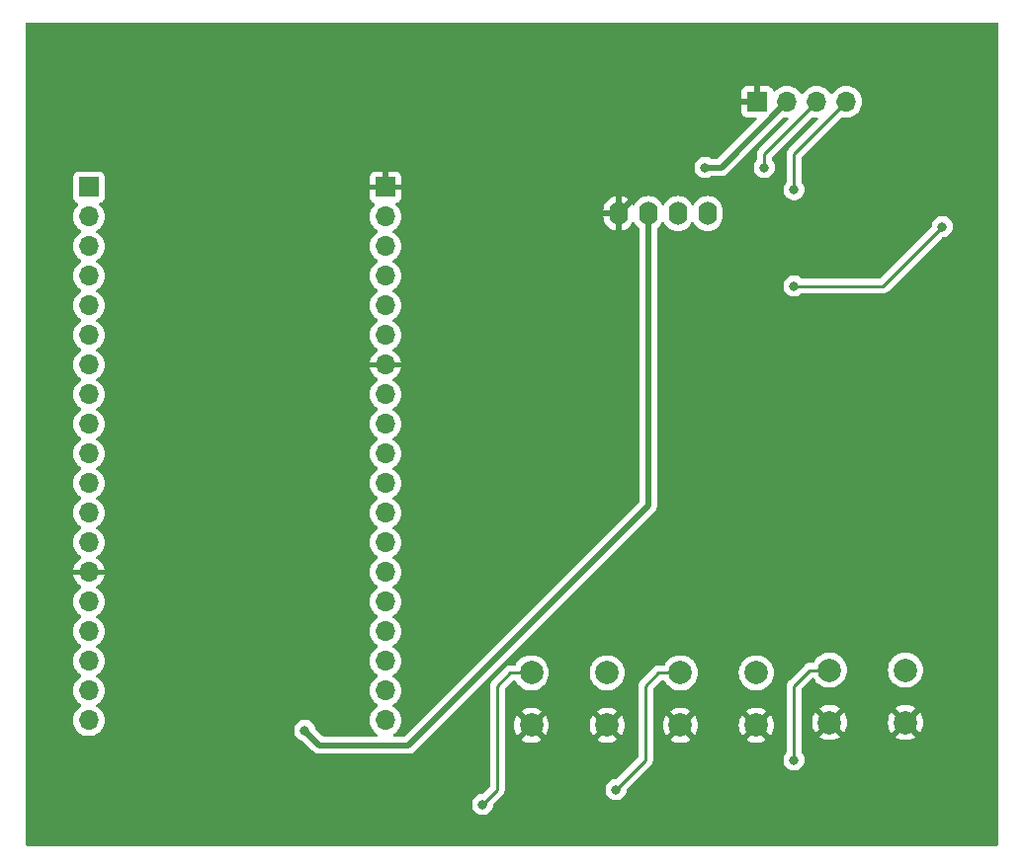
<source format=gbr>
%TF.GenerationSoftware,KiCad,Pcbnew,7.0.8-1.fc38*%
%TF.CreationDate,2023-11-06T19:13:25+00:00*%
%TF.ProjectId,Dev_habit_reminder,4465765f-6861-4626-9974-5f72656d696e,rev?*%
%TF.SameCoordinates,Original*%
%TF.FileFunction,Copper,L2,Bot*%
%TF.FilePolarity,Positive*%
%FSLAX46Y46*%
G04 Gerber Fmt 4.6, Leading zero omitted, Abs format (unit mm)*
G04 Created by KiCad (PCBNEW 7.0.8-1.fc38) date 2023-11-06 19:13:25*
%MOMM*%
%LPD*%
G01*
G04 APERTURE LIST*
%TA.AperFunction,ComponentPad*%
%ADD10R,1.700000X1.700000*%
%TD*%
%TA.AperFunction,ComponentPad*%
%ADD11O,1.700000X1.700000*%
%TD*%
%TA.AperFunction,ComponentPad*%
%ADD12O,1.600000X2.000000*%
%TD*%
%TA.AperFunction,ComponentPad*%
%ADD13C,2.000000*%
%TD*%
%TA.AperFunction,ViaPad*%
%ADD14C,0.800000*%
%TD*%
%TA.AperFunction,Conductor*%
%ADD15C,0.500000*%
%TD*%
%TA.AperFunction,Conductor*%
%ADD16C,0.250000*%
%TD*%
G04 APERTURE END LIST*
D10*
%TO.P,U1,1,3V3*%
%TO.N,+3.3V*%
X112319208Y-72805507D03*
D11*
%TO.P,U1,2,CHIP_PU*%
%TO.N,unconnected-(U1-CHIP_PU-Pad2)*%
X112319208Y-75345507D03*
%TO.P,U1,3,SENSOR_VP/GPIO36/ADC1_CH0*%
%TO.N,unconnected-(U1-SENSOR_VP{slash}GPIO36{slash}ADC1_CH0-Pad3)*%
X112319208Y-77885507D03*
%TO.P,U1,4,SENSOR_VN/GPIO39/ADC1_CH3*%
%TO.N,unconnected-(U1-SENSOR_VN{slash}GPIO39{slash}ADC1_CH3-Pad4)*%
X112319208Y-80425507D03*
%TO.P,U1,5,VDET_1/GPIO34/ADC1_CH6*%
%TO.N,unconnected-(U1-VDET_1{slash}GPIO34{slash}ADC1_CH6-Pad5)*%
X112319208Y-82965507D03*
%TO.P,U1,6,VDET_2/GPIO35/ADC1_CH7*%
%TO.N,unconnected-(U1-VDET_2{slash}GPIO35{slash}ADC1_CH7-Pad6)*%
X112319208Y-85505507D03*
%TO.P,U1,7,32K_XP/GPIO32/ADC1_CH4*%
%TO.N,/SW1*%
X112319208Y-88045507D03*
%TO.P,U1,8,32K_XN/GPIO33/ADC1_CH5*%
%TO.N,/SW2*%
X112319208Y-90585507D03*
%TO.P,U1,9,DAC_1/ADC2_CH8/GPIO25*%
%TO.N,unconnected-(U1-DAC_1{slash}ADC2_CH8{slash}GPIO25-Pad9)*%
X112319208Y-93125507D03*
%TO.P,U1,10,DAC_2/ADC2_CH9/GPIO26*%
%TO.N,unconnected-(U1-DAC_2{slash}ADC2_CH9{slash}GPIO26-Pad10)*%
X112319208Y-95665507D03*
%TO.P,U1,11,ADC2_CH7/GPIO27*%
%TO.N,/SW3*%
X112319208Y-98205507D03*
%TO.P,U1,12,MTMS/GPIO14/ADC2_CH6*%
%TO.N,unconnected-(U1-MTMS{slash}GPIO14{slash}ADC2_CH6-Pad12)*%
X112319208Y-100745507D03*
%TO.P,U1,13,MTDI/GPIO12/ADC2_CH5*%
%TO.N,unconnected-(U1-MTDI{slash}GPIO12{slash}ADC2_CH5-Pad13)*%
X112319208Y-103285507D03*
%TO.P,U1,14,GND*%
%TO.N,GND*%
X112319208Y-105825507D03*
%TO.P,U1,15,MTCK/GPIO13/ADC2_CH4*%
%TO.N,unconnected-(U1-MTCK{slash}GPIO13{slash}ADC2_CH4-Pad15)*%
X112319208Y-108365507D03*
%TO.P,U1,16,SD_DATA2/GPIO9*%
%TO.N,unconnected-(U1-SD_DATA2{slash}GPIO9-Pad16)*%
X112319208Y-110905507D03*
%TO.P,U1,17,SD_DATA3/GPIO10*%
%TO.N,unconnected-(U1-SD_DATA3{slash}GPIO10-Pad17)*%
X112319208Y-113445507D03*
%TO.P,U1,18,CMD*%
%TO.N,unconnected-(U1-CMD-Pad18)*%
X112319208Y-115985507D03*
%TO.P,U1,19,5V*%
%TO.N,+5V*%
X112319208Y-118525507D03*
%TO.P,U1,20,SD_CLK/GPIO6*%
%TO.N,unconnected-(U1-SD_CLK{slash}GPIO6-Pad20)*%
X137719208Y-118525507D03*
%TO.P,U1,21,SD_DATA0/GPIO7*%
%TO.N,unconnected-(U1-SD_DATA0{slash}GPIO7-Pad21)*%
X137719208Y-115985507D03*
%TO.P,U1,22,SD_DATA1/GPIO8*%
%TO.N,unconnected-(U1-SD_DATA1{slash}GPIO8-Pad22)*%
X137719208Y-113445507D03*
%TO.P,U1,23,MTDO/GPIO15/ADC2_CH3*%
%TO.N,unconnected-(U1-MTDO{slash}GPIO15{slash}ADC2_CH3-Pad23)*%
X137719208Y-110905507D03*
%TO.P,U1,24,ADC2_CH2/GPIO2*%
%TO.N,unconnected-(U1-ADC2_CH2{slash}GPIO2-Pad24)*%
X137719208Y-108365507D03*
%TO.P,U1,25,GPIO0/BOOT/ADC2_CH1*%
%TO.N,unconnected-(U1-GPIO0{slash}BOOT{slash}ADC2_CH1-Pad25)*%
X137719208Y-105825507D03*
%TO.P,U1,26,ADC2_CH0/GPIO4*%
%TO.N,unconnected-(U1-ADC2_CH0{slash}GPIO4-Pad26)*%
X137719208Y-103285507D03*
%TO.P,U1,27,GPIO16*%
%TO.N,unconnected-(U1-GPIO16-Pad27)*%
X137719208Y-100745507D03*
%TO.P,U1,28,GPIO17*%
%TO.N,unconnected-(U1-GPIO17-Pad28)*%
X137719208Y-98205507D03*
%TO.P,U1,29,GPIO5*%
%TO.N,/LED*%
X137719208Y-95665507D03*
%TO.P,U1,30,GPIO18*%
%TO.N,unconnected-(U1-GPIO18-Pad30)*%
X137719208Y-93125507D03*
%TO.P,U1,31,GPIO19*%
%TO.N,unconnected-(U1-GPIO19-Pad31)*%
X137719208Y-90585507D03*
%TO.P,U1,32,GND*%
%TO.N,GND*%
X137719208Y-88045507D03*
%TO.P,U1,33,GPIO21*%
%TO.N,/SDA*%
X137719208Y-85505507D03*
%TO.P,U1,34,U0RXD/GPIO3*%
%TO.N,unconnected-(U1-U0RXD{slash}GPIO3-Pad34)*%
X137719208Y-82965507D03*
%TO.P,U1,35,U0TXD/GPIO1*%
%TO.N,unconnected-(U1-U0TXD{slash}GPIO1-Pad35)*%
X137719208Y-80425507D03*
%TO.P,U1,36,GPIO22*%
%TO.N,/SCL*%
X137719208Y-77885507D03*
%TO.P,U1,37,GPIO23*%
%TO.N,unconnected-(U1-GPIO23-Pad37)*%
X137719208Y-75345507D03*
D10*
%TO.P,U1,38,GND*%
%TO.N,GND*%
X137719208Y-72805507D03*
%TD*%
%TO.P,J1,1,Pin_1*%
%TO.N,GND*%
X169590279Y-65481827D03*
D11*
%TO.P,J1,2,Pin_2*%
%TO.N,+5V*%
X172130279Y-65481827D03*
%TO.P,J1,3,Pin_3*%
%TO.N,/SCL*%
X174670279Y-65481827D03*
%TO.P,J1,4,Pin_4*%
%TO.N,/SDA*%
X177210279Y-65481827D03*
%TD*%
D12*
%TO.P,Brd1,1,GND*%
%TO.N,GND*%
X157700000Y-75060000D03*
%TO.P,Brd1,2,VCC*%
%TO.N,+5V*%
X160240000Y-75060000D03*
%TO.P,Brd1,3,SCL*%
%TO.N,/SCL*%
X162780000Y-75060000D03*
%TO.P,Brd1,4,SDA*%
%TO.N,/SDA*%
X165320000Y-75060000D03*
%TD*%
D13*
%TO.P,SW1,1,1*%
%TO.N,/SW1*%
X156726351Y-114449741D03*
X150226351Y-114449741D03*
%TO.P,SW1,2,2*%
%TO.N,GND*%
X156726351Y-118949741D03*
X150226351Y-118949741D03*
%TD*%
%TO.P,SW2,1,1*%
%TO.N,/SW2*%
X169501351Y-114449741D03*
X163001351Y-114449741D03*
%TO.P,SW2,2,2*%
%TO.N,GND*%
X169501351Y-118949741D03*
X163001351Y-118949741D03*
%TD*%
%TO.P,SW3,1,1*%
%TO.N,/SW3*%
X182276351Y-114214632D03*
X175776351Y-114214632D03*
%TO.P,SW3,2,2*%
%TO.N,GND*%
X182276351Y-118714632D03*
X175776351Y-118714632D03*
%TD*%
D14*
%TO.N,+5V*%
X130810000Y-119380000D03*
%TO.N,/SW1*%
X146050000Y-125730000D03*
%TO.N,/SW2*%
X157480000Y-124460000D03*
%TO.N,/SW3*%
X172720000Y-121920000D03*
%TO.N,+5V*%
X165100000Y-71120000D03*
%TO.N,/SCL*%
X170180000Y-71120000D03*
%TO.N,/SDA*%
X172720000Y-73015500D03*
%TO.N,/LED*%
X185420000Y-76200000D03*
X172720000Y-81280000D03*
%TD*%
D15*
%TO.N,+5V*%
X130810000Y-119380000D02*
X132080000Y-120650000D01*
X160240000Y-100110000D02*
X160240000Y-75060000D01*
X132080000Y-120650000D02*
X139700000Y-120650000D01*
X139700000Y-120650000D02*
X160240000Y-100110000D01*
D16*
%TO.N,/SW1*%
X146050000Y-125730000D02*
X147320000Y-124460000D01*
X148440259Y-114449741D02*
X150226351Y-114449741D01*
X147320000Y-124460000D02*
X147320000Y-115570000D01*
X147320000Y-115570000D02*
X148440259Y-114449741D01*
%TO.N,/SW2*%
X160020000Y-121920000D02*
X160020000Y-115570000D01*
X161140259Y-114449741D02*
X163001351Y-114449741D01*
X157480000Y-124460000D02*
X160020000Y-121920000D01*
X160020000Y-115570000D02*
X161140259Y-114449741D01*
%TO.N,/SW3*%
X172720000Y-121920000D02*
X172720000Y-115570000D01*
X172720000Y-115570000D02*
X174075368Y-114214632D01*
X174075368Y-114214632D02*
X175776351Y-114214632D01*
D15*
%TO.N,+5V*%
X166492106Y-71120000D02*
X172130279Y-65481827D01*
X165100000Y-71120000D02*
X166492106Y-71120000D01*
%TO.N,GND*%
X157700000Y-75060000D02*
X167278173Y-65481827D01*
X167278173Y-65481827D02*
X169590279Y-65481827D01*
D16*
%TO.N,/SCL*%
X170180000Y-69972106D02*
X174670279Y-65481827D01*
X170180000Y-71120000D02*
X170180000Y-69972106D01*
%TO.N,/SDA*%
X172720000Y-69972106D02*
X177210279Y-65481827D01*
X172720000Y-73015500D02*
X172720000Y-69972106D01*
%TO.N,/LED*%
X180340000Y-81280000D02*
X185420000Y-76200000D01*
X172720000Y-81280000D02*
X180340000Y-81280000D01*
%TD*%
%TA.AperFunction,Conductor*%
%TO.N,GND*%
G36*
X190192539Y-58690185D02*
G01*
X190238294Y-58742989D01*
X190249500Y-58794500D01*
X190249500Y-129165500D01*
X190229815Y-129232539D01*
X190177011Y-129278294D01*
X190125500Y-129289500D01*
X107054500Y-129289500D01*
X106987461Y-129269815D01*
X106941706Y-129217011D01*
X106930500Y-129165500D01*
X106930500Y-125730000D01*
X145144540Y-125730000D01*
X145164326Y-125918256D01*
X145164327Y-125918259D01*
X145222818Y-126098277D01*
X145222821Y-126098284D01*
X145317467Y-126262216D01*
X145444129Y-126402888D01*
X145597265Y-126514148D01*
X145597270Y-126514151D01*
X145770192Y-126591142D01*
X145770197Y-126591144D01*
X145955354Y-126630500D01*
X145955355Y-126630500D01*
X146144644Y-126630500D01*
X146144646Y-126630500D01*
X146329803Y-126591144D01*
X146502730Y-126514151D01*
X146655871Y-126402888D01*
X146782533Y-126262216D01*
X146877179Y-126098284D01*
X146935674Y-125918256D01*
X146953321Y-125750344D01*
X146979904Y-125685734D01*
X146988951Y-125675638D01*
X147703788Y-124960801D01*
X147716042Y-124950986D01*
X147715859Y-124950764D01*
X147721866Y-124945792D01*
X147721877Y-124945786D01*
X147752775Y-124912882D01*
X147769227Y-124895364D01*
X147779671Y-124884918D01*
X147790120Y-124874471D01*
X147794379Y-124868978D01*
X147798152Y-124864561D01*
X147830062Y-124830582D01*
X147839713Y-124813024D01*
X147850396Y-124796761D01*
X147862673Y-124780936D01*
X147881185Y-124738153D01*
X147883738Y-124732941D01*
X147906197Y-124692092D01*
X147911180Y-124672680D01*
X147917481Y-124654280D01*
X147925437Y-124635896D01*
X147932729Y-124589852D01*
X147933906Y-124584171D01*
X147945500Y-124539019D01*
X147945500Y-124518983D01*
X147947027Y-124499582D01*
X147950160Y-124479804D01*
X147948288Y-124460000D01*
X156574540Y-124460000D01*
X156594326Y-124648256D01*
X156594327Y-124648259D01*
X156652818Y-124828277D01*
X156652821Y-124828284D01*
X156747467Y-124992216D01*
X156805899Y-125057111D01*
X156874129Y-125132888D01*
X157027265Y-125244148D01*
X157027270Y-125244151D01*
X157200192Y-125321142D01*
X157200197Y-125321144D01*
X157385354Y-125360500D01*
X157385355Y-125360500D01*
X157574644Y-125360500D01*
X157574646Y-125360500D01*
X157759803Y-125321144D01*
X157932730Y-125244151D01*
X158085871Y-125132888D01*
X158212533Y-124992216D01*
X158307179Y-124828284D01*
X158365674Y-124648256D01*
X158383321Y-124480344D01*
X158409904Y-124415734D01*
X158418951Y-124405638D01*
X160403788Y-122420801D01*
X160416042Y-122410986D01*
X160415859Y-122410764D01*
X160421866Y-122405792D01*
X160421877Y-122405786D01*
X160452775Y-122372882D01*
X160469227Y-122355364D01*
X160479671Y-122344918D01*
X160490120Y-122334471D01*
X160494379Y-122328978D01*
X160498152Y-122324561D01*
X160530062Y-122290582D01*
X160539713Y-122273024D01*
X160550396Y-122256761D01*
X160562673Y-122240936D01*
X160581185Y-122198153D01*
X160583738Y-122192941D01*
X160606197Y-122152092D01*
X160611180Y-122132680D01*
X160617481Y-122114280D01*
X160625437Y-122095896D01*
X160632729Y-122049852D01*
X160633906Y-122044171D01*
X160645500Y-121999019D01*
X160645500Y-121978983D01*
X160647027Y-121959582D01*
X160650160Y-121939804D01*
X160648288Y-121920000D01*
X171814540Y-121920000D01*
X171834326Y-122108256D01*
X171834327Y-122108259D01*
X171892818Y-122288277D01*
X171892821Y-122288284D01*
X171987467Y-122452216D01*
X172114129Y-122592888D01*
X172267265Y-122704148D01*
X172267270Y-122704151D01*
X172440192Y-122781142D01*
X172440197Y-122781144D01*
X172625354Y-122820500D01*
X172625355Y-122820500D01*
X172814644Y-122820500D01*
X172814646Y-122820500D01*
X172999803Y-122781144D01*
X173172730Y-122704151D01*
X173325871Y-122592888D01*
X173452533Y-122452216D01*
X173547179Y-122288284D01*
X173605674Y-122108256D01*
X173625460Y-121920000D01*
X173605674Y-121731744D01*
X173547179Y-121551716D01*
X173452533Y-121387784D01*
X173448031Y-121382784D01*
X173377350Y-121304284D01*
X173347120Y-121241292D01*
X173345500Y-121221312D01*
X173345500Y-118714637D01*
X174271210Y-118714637D01*
X174291736Y-118962361D01*
X174291738Y-118962370D01*
X174352763Y-119203349D01*
X174452617Y-119430996D01*
X174552915Y-119584514D01*
X175250421Y-118887008D01*
X175253235Y-118900547D01*
X175322793Y-119034788D01*
X175425989Y-119145284D01*
X175555170Y-119223841D01*
X175606353Y-119238181D01*
X174906293Y-119938241D01*
X174953119Y-119974687D01*
X174953121Y-119974688D01*
X175171736Y-120092996D01*
X175171747Y-120093001D01*
X175406857Y-120173715D01*
X175652058Y-120214632D01*
X175900644Y-120214632D01*
X176145844Y-120173715D01*
X176380954Y-120093001D01*
X176380965Y-120092996D01*
X176599579Y-119974689D01*
X176599582Y-119974687D01*
X176646407Y-119938241D01*
X175947919Y-119239753D01*
X176064809Y-119188981D01*
X176182090Y-119093566D01*
X176269279Y-118970047D01*
X176299705Y-118884434D01*
X176999785Y-119584514D01*
X177100082Y-119431001D01*
X177199938Y-119203349D01*
X177260963Y-118962370D01*
X177260965Y-118962361D01*
X177281492Y-118714637D01*
X180771210Y-118714637D01*
X180791736Y-118962361D01*
X180791738Y-118962370D01*
X180852763Y-119203349D01*
X180952617Y-119430996D01*
X181052915Y-119584514D01*
X181750421Y-118887008D01*
X181753235Y-118900547D01*
X181822793Y-119034788D01*
X181925989Y-119145284D01*
X182055170Y-119223841D01*
X182106353Y-119238181D01*
X181406293Y-119938241D01*
X181453119Y-119974687D01*
X181453121Y-119974688D01*
X181671736Y-120092996D01*
X181671747Y-120093001D01*
X181906857Y-120173715D01*
X182152058Y-120214632D01*
X182400644Y-120214632D01*
X182645844Y-120173715D01*
X182880954Y-120093001D01*
X182880965Y-120092996D01*
X183099579Y-119974689D01*
X183099582Y-119974687D01*
X183146407Y-119938241D01*
X182447919Y-119239753D01*
X182564809Y-119188981D01*
X182682090Y-119093566D01*
X182769279Y-118970047D01*
X182799705Y-118884434D01*
X183499785Y-119584514D01*
X183600082Y-119431001D01*
X183699938Y-119203349D01*
X183760963Y-118962370D01*
X183760965Y-118962361D01*
X183781492Y-118714637D01*
X183781492Y-118714626D01*
X183760965Y-118466902D01*
X183760963Y-118466893D01*
X183699938Y-118225914D01*
X183600082Y-117998262D01*
X183499785Y-117844748D01*
X182802280Y-118542254D01*
X182799467Y-118528717D01*
X182729909Y-118394476D01*
X182626713Y-118283980D01*
X182497532Y-118205423D01*
X182446348Y-118191082D01*
X183146408Y-117491022D01*
X183146407Y-117491021D01*
X183099580Y-117454575D01*
X182880965Y-117336267D01*
X182880954Y-117336262D01*
X182645844Y-117255548D01*
X182400644Y-117214632D01*
X182152058Y-117214632D01*
X181906857Y-117255548D01*
X181671747Y-117336262D01*
X181671741Y-117336264D01*
X181453112Y-117454581D01*
X181406293Y-117491020D01*
X181406293Y-117491022D01*
X182104782Y-118189510D01*
X181987893Y-118240283D01*
X181870612Y-118335698D01*
X181783423Y-118459217D01*
X181752996Y-118544829D01*
X181052915Y-117844748D01*
X180952618Y-117998264D01*
X180852763Y-118225914D01*
X180791738Y-118466893D01*
X180791736Y-118466902D01*
X180771210Y-118714626D01*
X180771210Y-118714637D01*
X177281492Y-118714637D01*
X177281492Y-118714626D01*
X177260965Y-118466902D01*
X177260963Y-118466893D01*
X177199938Y-118225914D01*
X177100082Y-117998262D01*
X176999785Y-117844748D01*
X176302280Y-118542254D01*
X176299467Y-118528717D01*
X176229909Y-118394476D01*
X176126713Y-118283980D01*
X175997532Y-118205423D01*
X175946348Y-118191082D01*
X176646408Y-117491022D01*
X176646407Y-117491021D01*
X176599580Y-117454575D01*
X176380965Y-117336267D01*
X176380954Y-117336262D01*
X176145844Y-117255548D01*
X175900644Y-117214632D01*
X175652058Y-117214632D01*
X175406857Y-117255548D01*
X175171747Y-117336262D01*
X175171741Y-117336264D01*
X174953112Y-117454581D01*
X174906293Y-117491020D01*
X174906293Y-117491022D01*
X175604782Y-118189510D01*
X175487893Y-118240283D01*
X175370612Y-118335698D01*
X175283423Y-118459217D01*
X175252996Y-118544829D01*
X174552915Y-117844748D01*
X174452618Y-117998264D01*
X174352763Y-118225914D01*
X174291738Y-118466893D01*
X174291736Y-118466902D01*
X174271210Y-118714626D01*
X174271210Y-118714637D01*
X173345500Y-118714637D01*
X173345500Y-115880452D01*
X173365185Y-115813413D01*
X173381819Y-115792771D01*
X173836684Y-115337906D01*
X174261687Y-114912903D01*
X174323008Y-114879420D01*
X174392700Y-114884404D01*
X174448633Y-114926276D01*
X174453175Y-114932765D01*
X174588184Y-115139414D01*
X174603010Y-115155519D01*
X174756607Y-115322370D01*
X174952842Y-115475106D01*
X175171541Y-115593460D01*
X175406737Y-115674203D01*
X175652016Y-115715132D01*
X175900686Y-115715132D01*
X176145965Y-115674203D01*
X176381161Y-115593460D01*
X176599860Y-115475106D01*
X176796095Y-115322370D01*
X176964515Y-115139417D01*
X177100524Y-114931239D01*
X177200414Y-114703513D01*
X177261459Y-114462453D01*
X177262512Y-114449746D01*
X177281994Y-114214637D01*
X180770708Y-114214637D01*
X180791241Y-114462444D01*
X180791243Y-114462456D01*
X180852287Y-114703513D01*
X180952177Y-114931238D01*
X181088184Y-115139414D01*
X181103010Y-115155519D01*
X181256607Y-115322370D01*
X181452842Y-115475106D01*
X181671541Y-115593460D01*
X181906737Y-115674203D01*
X182152016Y-115715132D01*
X182400686Y-115715132D01*
X182645965Y-115674203D01*
X182881161Y-115593460D01*
X183099860Y-115475106D01*
X183296095Y-115322370D01*
X183464515Y-115139417D01*
X183600524Y-114931239D01*
X183700414Y-114703513D01*
X183761459Y-114462453D01*
X183762512Y-114449746D01*
X183781994Y-114214637D01*
X183781994Y-114214626D01*
X183761460Y-113966819D01*
X183761458Y-113966807D01*
X183700414Y-113725750D01*
X183600524Y-113498025D01*
X183464517Y-113289849D01*
X183442908Y-113266376D01*
X183296095Y-113106894D01*
X183099860Y-112954158D01*
X183099858Y-112954157D01*
X183099857Y-112954156D01*
X182881162Y-112835804D01*
X182881153Y-112835801D01*
X182645967Y-112755061D01*
X182400686Y-112714132D01*
X182152016Y-112714132D01*
X181906734Y-112755061D01*
X181671548Y-112835801D01*
X181671539Y-112835804D01*
X181452844Y-112954156D01*
X181256608Y-113106893D01*
X181088184Y-113289849D01*
X180952177Y-113498025D01*
X180852287Y-113725750D01*
X180791243Y-113966807D01*
X180791241Y-113966819D01*
X180770708Y-114214626D01*
X180770708Y-114214637D01*
X177281994Y-114214637D01*
X177281994Y-114214626D01*
X177261460Y-113966819D01*
X177261458Y-113966807D01*
X177200414Y-113725750D01*
X177100524Y-113498025D01*
X176964517Y-113289849D01*
X176942908Y-113266376D01*
X176796095Y-113106894D01*
X176599860Y-112954158D01*
X176599858Y-112954157D01*
X176599857Y-112954156D01*
X176381162Y-112835804D01*
X176381153Y-112835801D01*
X176145967Y-112755061D01*
X175900686Y-112714132D01*
X175652016Y-112714132D01*
X175406734Y-112755061D01*
X175171548Y-112835801D01*
X175171539Y-112835804D01*
X174952844Y-112954156D01*
X174756608Y-113106893D01*
X174588184Y-113289849D01*
X174452175Y-113498028D01*
X174444756Y-113514943D01*
X174399800Y-113568429D01*
X174333064Y-113589118D01*
X174331201Y-113589132D01*
X174158111Y-113589132D01*
X174142490Y-113587407D01*
X174142464Y-113587693D01*
X174134702Y-113586959D01*
X174134701Y-113586959D01*
X174065554Y-113589132D01*
X174036017Y-113589132D01*
X174029134Y-113590001D01*
X174023317Y-113590458D01*
X173976741Y-113591922D01*
X173957497Y-113597513D01*
X173938447Y-113601457D01*
X173918579Y-113603966D01*
X173875252Y-113621120D01*
X173869726Y-113623011D01*
X173824982Y-113636011D01*
X173824978Y-113636013D01*
X173807734Y-113646211D01*
X173790273Y-113654765D01*
X173771642Y-113662142D01*
X173771630Y-113662149D01*
X173733938Y-113689534D01*
X173729055Y-113692741D01*
X173688948Y-113716461D01*
X173674782Y-113730627D01*
X173659992Y-113743259D01*
X173643782Y-113755036D01*
X173643779Y-113755039D01*
X173614078Y-113790941D01*
X173610145Y-113795263D01*
X172336208Y-115069199D01*
X172323951Y-115079020D01*
X172324134Y-115079241D01*
X172318123Y-115084213D01*
X172270772Y-115134636D01*
X172249889Y-115155519D01*
X172249877Y-115155532D01*
X172245621Y-115161017D01*
X172241837Y-115165447D01*
X172209937Y-115199418D01*
X172209936Y-115199420D01*
X172200284Y-115216976D01*
X172189610Y-115233226D01*
X172177329Y-115249061D01*
X172177324Y-115249068D01*
X172158815Y-115291838D01*
X172156245Y-115297084D01*
X172133803Y-115337906D01*
X172128822Y-115357307D01*
X172122521Y-115375710D01*
X172114562Y-115394102D01*
X172114561Y-115394105D01*
X172107271Y-115440127D01*
X172106087Y-115445846D01*
X172094501Y-115490972D01*
X172094500Y-115490982D01*
X172094500Y-115511016D01*
X172092973Y-115530413D01*
X172089840Y-115550196D01*
X172093831Y-115592415D01*
X172094225Y-115596583D01*
X172094500Y-115602421D01*
X172094500Y-121221312D01*
X172074815Y-121288351D01*
X172062650Y-121304284D01*
X171987466Y-121387784D01*
X171892821Y-121551715D01*
X171892818Y-121551722D01*
X171852248Y-121676586D01*
X171834326Y-121731744D01*
X171814540Y-121920000D01*
X160648288Y-121920000D01*
X160645775Y-121893415D01*
X160645500Y-121887577D01*
X160645500Y-118949746D01*
X161496210Y-118949746D01*
X161516736Y-119197470D01*
X161516738Y-119197479D01*
X161577763Y-119438458D01*
X161677617Y-119666105D01*
X161777915Y-119819623D01*
X162475421Y-119122117D01*
X162478235Y-119135656D01*
X162547793Y-119269897D01*
X162650989Y-119380393D01*
X162780170Y-119458950D01*
X162831353Y-119473290D01*
X162131293Y-120173350D01*
X162178119Y-120209796D01*
X162178121Y-120209797D01*
X162396736Y-120328105D01*
X162396747Y-120328110D01*
X162631857Y-120408824D01*
X162877058Y-120449741D01*
X163125644Y-120449741D01*
X163370844Y-120408824D01*
X163605954Y-120328110D01*
X163605965Y-120328105D01*
X163824579Y-120209798D01*
X163824582Y-120209796D01*
X163871407Y-120173350D01*
X163172919Y-119474862D01*
X163289809Y-119424090D01*
X163407090Y-119328675D01*
X163494279Y-119205156D01*
X163524705Y-119119543D01*
X164224785Y-119819623D01*
X164325082Y-119666110D01*
X164424938Y-119438458D01*
X164485963Y-119197479D01*
X164485965Y-119197470D01*
X164506492Y-118949746D01*
X167996210Y-118949746D01*
X168016736Y-119197470D01*
X168016738Y-119197479D01*
X168077763Y-119438458D01*
X168177617Y-119666105D01*
X168277915Y-119819623D01*
X168975421Y-119122117D01*
X168978235Y-119135656D01*
X169047793Y-119269897D01*
X169150989Y-119380393D01*
X169280170Y-119458950D01*
X169331353Y-119473290D01*
X168631293Y-120173350D01*
X168678119Y-120209796D01*
X168678121Y-120209797D01*
X168896736Y-120328105D01*
X168896747Y-120328110D01*
X169131857Y-120408824D01*
X169377058Y-120449741D01*
X169625644Y-120449741D01*
X169870844Y-120408824D01*
X170105954Y-120328110D01*
X170105965Y-120328105D01*
X170324579Y-120209798D01*
X170324582Y-120209796D01*
X170371407Y-120173350D01*
X169672919Y-119474862D01*
X169789809Y-119424090D01*
X169907090Y-119328675D01*
X169994279Y-119205156D01*
X170024705Y-119119543D01*
X170724785Y-119819623D01*
X170825082Y-119666110D01*
X170924938Y-119438458D01*
X170985963Y-119197479D01*
X170985965Y-119197470D01*
X171006492Y-118949746D01*
X171006492Y-118949735D01*
X170985965Y-118702011D01*
X170985963Y-118702002D01*
X170924938Y-118461023D01*
X170825082Y-118233371D01*
X170724785Y-118079857D01*
X170027280Y-118777363D01*
X170024467Y-118763826D01*
X169954909Y-118629585D01*
X169851713Y-118519089D01*
X169722532Y-118440532D01*
X169671348Y-118426191D01*
X170371408Y-117726131D01*
X170371407Y-117726130D01*
X170324580Y-117689684D01*
X170105965Y-117571376D01*
X170105954Y-117571371D01*
X169870844Y-117490657D01*
X169625644Y-117449741D01*
X169377058Y-117449741D01*
X169131857Y-117490657D01*
X168896747Y-117571371D01*
X168896741Y-117571373D01*
X168678112Y-117689690D01*
X168631293Y-117726129D01*
X168631293Y-117726131D01*
X169329782Y-118424619D01*
X169212893Y-118475392D01*
X169095612Y-118570807D01*
X169008423Y-118694326D01*
X168977996Y-118779938D01*
X168277915Y-118079857D01*
X168177618Y-118233373D01*
X168077763Y-118461023D01*
X168016738Y-118702002D01*
X168016736Y-118702011D01*
X167996210Y-118949735D01*
X167996210Y-118949746D01*
X164506492Y-118949746D01*
X164506492Y-118949735D01*
X164485965Y-118702011D01*
X164485963Y-118702002D01*
X164424938Y-118461023D01*
X164325082Y-118233371D01*
X164224785Y-118079857D01*
X163527280Y-118777363D01*
X163524467Y-118763826D01*
X163454909Y-118629585D01*
X163351713Y-118519089D01*
X163222532Y-118440532D01*
X163171348Y-118426191D01*
X163871408Y-117726131D01*
X163871407Y-117726130D01*
X163824580Y-117689684D01*
X163605965Y-117571376D01*
X163605954Y-117571371D01*
X163370844Y-117490657D01*
X163125644Y-117449741D01*
X162877058Y-117449741D01*
X162631857Y-117490657D01*
X162396747Y-117571371D01*
X162396741Y-117571373D01*
X162178112Y-117689690D01*
X162131293Y-117726129D01*
X162131293Y-117726131D01*
X162829782Y-118424619D01*
X162712893Y-118475392D01*
X162595612Y-118570807D01*
X162508423Y-118694326D01*
X162477996Y-118779938D01*
X161777915Y-118079857D01*
X161677618Y-118233373D01*
X161577763Y-118461023D01*
X161516738Y-118702002D01*
X161516736Y-118702011D01*
X161496210Y-118949735D01*
X161496210Y-118949746D01*
X160645500Y-118949746D01*
X160645500Y-115880452D01*
X160665185Y-115813413D01*
X160681819Y-115792771D01*
X161363031Y-115111560D01*
X161424354Y-115078075D01*
X161450712Y-115075241D01*
X161556201Y-115075241D01*
X161623240Y-115094926D01*
X161668995Y-115147730D01*
X161669756Y-115149430D01*
X161677175Y-115166344D01*
X161813184Y-115374523D01*
X161813187Y-115374526D01*
X161981607Y-115557479D01*
X162177842Y-115710215D01*
X162396541Y-115828569D01*
X162631737Y-115909312D01*
X162877016Y-115950241D01*
X163125686Y-115950241D01*
X163370965Y-115909312D01*
X163606161Y-115828569D01*
X163824860Y-115710215D01*
X164021095Y-115557479D01*
X164189515Y-115374526D01*
X164325524Y-115166348D01*
X164425414Y-114938622D01*
X164486459Y-114697562D01*
X164486460Y-114697553D01*
X164506994Y-114449746D01*
X167995708Y-114449746D01*
X168016241Y-114697553D01*
X168016243Y-114697565D01*
X168077287Y-114938622D01*
X168177177Y-115166347D01*
X168313184Y-115374523D01*
X168313187Y-115374526D01*
X168481607Y-115557479D01*
X168677842Y-115710215D01*
X168896541Y-115828569D01*
X169131737Y-115909312D01*
X169377016Y-115950241D01*
X169625686Y-115950241D01*
X169870965Y-115909312D01*
X170106161Y-115828569D01*
X170324860Y-115710215D01*
X170521095Y-115557479D01*
X170689515Y-115374526D01*
X170825524Y-115166348D01*
X170925414Y-114938622D01*
X170986459Y-114697562D01*
X170986460Y-114697553D01*
X171006994Y-114449746D01*
X171006994Y-114449735D01*
X170986460Y-114201928D01*
X170986458Y-114201916D01*
X170925414Y-113960859D01*
X170825524Y-113733134D01*
X170689517Y-113524958D01*
X170616376Y-113445506D01*
X170521095Y-113342003D01*
X170324860Y-113189267D01*
X170324858Y-113189266D01*
X170324857Y-113189265D01*
X170106162Y-113070913D01*
X170106153Y-113070910D01*
X169870967Y-112990170D01*
X169625686Y-112949241D01*
X169377016Y-112949241D01*
X169131734Y-112990170D01*
X168896548Y-113070910D01*
X168896539Y-113070913D01*
X168677844Y-113189265D01*
X168481608Y-113342002D01*
X168313184Y-113524958D01*
X168177177Y-113733134D01*
X168077287Y-113960859D01*
X168016243Y-114201916D01*
X168016241Y-114201928D01*
X167995708Y-114449735D01*
X167995708Y-114449746D01*
X164506994Y-114449746D01*
X164506994Y-114449735D01*
X164486460Y-114201928D01*
X164486458Y-114201916D01*
X164425414Y-113960859D01*
X164325524Y-113733134D01*
X164189517Y-113524958D01*
X164116376Y-113445506D01*
X164021095Y-113342003D01*
X163824860Y-113189267D01*
X163824858Y-113189266D01*
X163824857Y-113189265D01*
X163606162Y-113070913D01*
X163606153Y-113070910D01*
X163370967Y-112990170D01*
X163125686Y-112949241D01*
X162877016Y-112949241D01*
X162631734Y-112990170D01*
X162396548Y-113070910D01*
X162396539Y-113070913D01*
X162177844Y-113189265D01*
X161981608Y-113342002D01*
X161813184Y-113524958D01*
X161677175Y-113733137D01*
X161669756Y-113750052D01*
X161624800Y-113803538D01*
X161558064Y-113824227D01*
X161556201Y-113824241D01*
X161222996Y-113824241D01*
X161207379Y-113822517D01*
X161207352Y-113822803D01*
X161199590Y-113822068D01*
X161130462Y-113824241D01*
X161100909Y-113824241D01*
X161100188Y-113824331D01*
X161094016Y-113825110D01*
X161088204Y-113825567D01*
X161041631Y-113827031D01*
X161041628Y-113827032D01*
X161022385Y-113832622D01*
X161003342Y-113836566D01*
X160983463Y-113839077D01*
X160983462Y-113839078D01*
X160940137Y-113856231D01*
X160934611Y-113858123D01*
X160889867Y-113871124D01*
X160889863Y-113871126D01*
X160872624Y-113881321D01*
X160855157Y-113889878D01*
X160836528Y-113897253D01*
X160836526Y-113897254D01*
X160798823Y-113924647D01*
X160793941Y-113927853D01*
X160753839Y-113951569D01*
X160739667Y-113965741D01*
X160724882Y-113978369D01*
X160708671Y-113990148D01*
X160678968Y-114026051D01*
X160675036Y-114030372D01*
X159636208Y-115069199D01*
X159623951Y-115079020D01*
X159624134Y-115079241D01*
X159618123Y-115084213D01*
X159570772Y-115134636D01*
X159549889Y-115155519D01*
X159549877Y-115155532D01*
X159545621Y-115161017D01*
X159541837Y-115165447D01*
X159509937Y-115199418D01*
X159509936Y-115199420D01*
X159500284Y-115216976D01*
X159489610Y-115233226D01*
X159477329Y-115249061D01*
X159477324Y-115249068D01*
X159458815Y-115291838D01*
X159456245Y-115297084D01*
X159433803Y-115337906D01*
X159428822Y-115357307D01*
X159422521Y-115375710D01*
X159414562Y-115394102D01*
X159414561Y-115394105D01*
X159407271Y-115440127D01*
X159406087Y-115445846D01*
X159394501Y-115490972D01*
X159394500Y-115490982D01*
X159394500Y-115511016D01*
X159392973Y-115530413D01*
X159389840Y-115550196D01*
X159393831Y-115592415D01*
X159394225Y-115596583D01*
X159394500Y-115602421D01*
X159394500Y-121609547D01*
X159374815Y-121676586D01*
X159358181Y-121697228D01*
X157532228Y-123523181D01*
X157470905Y-123556666D01*
X157444547Y-123559500D01*
X157385354Y-123559500D01*
X157352897Y-123566398D01*
X157200197Y-123598855D01*
X157200192Y-123598857D01*
X157027270Y-123675848D01*
X157027265Y-123675851D01*
X156874129Y-123787111D01*
X156747466Y-123927785D01*
X156652821Y-124091715D01*
X156652818Y-124091722D01*
X156612248Y-124216586D01*
X156594326Y-124271744D01*
X156574540Y-124460000D01*
X147948288Y-124460000D01*
X147945775Y-124433415D01*
X147945500Y-124427577D01*
X147945500Y-118949746D01*
X148721210Y-118949746D01*
X148741736Y-119197470D01*
X148741738Y-119197479D01*
X148802763Y-119438458D01*
X148902617Y-119666105D01*
X149002915Y-119819623D01*
X149700421Y-119122117D01*
X149703235Y-119135656D01*
X149772793Y-119269897D01*
X149875989Y-119380393D01*
X150005170Y-119458950D01*
X150056353Y-119473290D01*
X149356293Y-120173350D01*
X149403119Y-120209796D01*
X149403121Y-120209797D01*
X149621736Y-120328105D01*
X149621747Y-120328110D01*
X149856857Y-120408824D01*
X150102058Y-120449741D01*
X150350644Y-120449741D01*
X150595844Y-120408824D01*
X150830954Y-120328110D01*
X150830965Y-120328105D01*
X151049579Y-120209798D01*
X151049582Y-120209796D01*
X151096407Y-120173350D01*
X150397919Y-119474862D01*
X150514809Y-119424090D01*
X150632090Y-119328675D01*
X150719279Y-119205156D01*
X150749705Y-119119543D01*
X151449785Y-119819623D01*
X151550082Y-119666110D01*
X151649938Y-119438458D01*
X151710963Y-119197479D01*
X151710965Y-119197470D01*
X151731492Y-118949746D01*
X155221210Y-118949746D01*
X155241736Y-119197470D01*
X155241738Y-119197479D01*
X155302763Y-119438458D01*
X155402617Y-119666105D01*
X155502915Y-119819623D01*
X156200421Y-119122117D01*
X156203235Y-119135656D01*
X156272793Y-119269897D01*
X156375989Y-119380393D01*
X156505170Y-119458950D01*
X156556353Y-119473290D01*
X155856293Y-120173350D01*
X155903119Y-120209796D01*
X155903121Y-120209797D01*
X156121736Y-120328105D01*
X156121747Y-120328110D01*
X156356857Y-120408824D01*
X156602058Y-120449741D01*
X156850644Y-120449741D01*
X157095844Y-120408824D01*
X157330954Y-120328110D01*
X157330965Y-120328105D01*
X157549579Y-120209798D01*
X157549582Y-120209796D01*
X157596407Y-120173350D01*
X156897919Y-119474862D01*
X157014809Y-119424090D01*
X157132090Y-119328675D01*
X157219279Y-119205156D01*
X157249705Y-119119543D01*
X157949785Y-119819623D01*
X158050082Y-119666110D01*
X158149938Y-119438458D01*
X158210963Y-119197479D01*
X158210965Y-119197470D01*
X158231492Y-118949746D01*
X158231492Y-118949735D01*
X158210965Y-118702011D01*
X158210963Y-118702002D01*
X158149938Y-118461023D01*
X158050082Y-118233371D01*
X157949785Y-118079857D01*
X157252280Y-118777363D01*
X157249467Y-118763826D01*
X157179909Y-118629585D01*
X157076713Y-118519089D01*
X156947532Y-118440532D01*
X156896348Y-118426191D01*
X157596408Y-117726131D01*
X157596407Y-117726130D01*
X157549580Y-117689684D01*
X157330965Y-117571376D01*
X157330954Y-117571371D01*
X157095844Y-117490657D01*
X156850644Y-117449741D01*
X156602058Y-117449741D01*
X156356857Y-117490657D01*
X156121747Y-117571371D01*
X156121741Y-117571373D01*
X155903112Y-117689690D01*
X155856293Y-117726129D01*
X155856293Y-117726131D01*
X156554782Y-118424619D01*
X156437893Y-118475392D01*
X156320612Y-118570807D01*
X156233423Y-118694326D01*
X156202996Y-118779938D01*
X155502915Y-118079857D01*
X155402618Y-118233373D01*
X155302763Y-118461023D01*
X155241738Y-118702002D01*
X155241736Y-118702011D01*
X155221210Y-118949735D01*
X155221210Y-118949746D01*
X151731492Y-118949746D01*
X151731492Y-118949735D01*
X151710965Y-118702011D01*
X151710963Y-118702002D01*
X151649938Y-118461023D01*
X151550082Y-118233371D01*
X151449785Y-118079857D01*
X150752280Y-118777363D01*
X150749467Y-118763826D01*
X150679909Y-118629585D01*
X150576713Y-118519089D01*
X150447532Y-118440532D01*
X150396348Y-118426191D01*
X151096408Y-117726131D01*
X151096407Y-117726130D01*
X151049580Y-117689684D01*
X150830965Y-117571376D01*
X150830954Y-117571371D01*
X150595844Y-117490657D01*
X150350644Y-117449741D01*
X150102058Y-117449741D01*
X149856857Y-117490657D01*
X149621747Y-117571371D01*
X149621741Y-117571373D01*
X149403112Y-117689690D01*
X149356293Y-117726129D01*
X149356293Y-117726131D01*
X150054782Y-118424619D01*
X149937893Y-118475392D01*
X149820612Y-118570807D01*
X149733423Y-118694326D01*
X149702996Y-118779938D01*
X149002915Y-118079857D01*
X148902618Y-118233373D01*
X148802763Y-118461023D01*
X148741738Y-118702002D01*
X148741736Y-118702011D01*
X148721210Y-118949735D01*
X148721210Y-118949746D01*
X147945500Y-118949746D01*
X147945500Y-115880452D01*
X147965185Y-115813413D01*
X147981819Y-115792771D01*
X148663031Y-115111560D01*
X148724354Y-115078075D01*
X148750712Y-115075241D01*
X148781201Y-115075241D01*
X148848240Y-115094926D01*
X148893995Y-115147730D01*
X148894756Y-115149430D01*
X148902175Y-115166344D01*
X149038184Y-115374523D01*
X149038187Y-115374526D01*
X149206607Y-115557479D01*
X149402842Y-115710215D01*
X149621541Y-115828569D01*
X149856737Y-115909312D01*
X150102016Y-115950241D01*
X150350686Y-115950241D01*
X150595965Y-115909312D01*
X150831161Y-115828569D01*
X151049860Y-115710215D01*
X151246095Y-115557479D01*
X151414515Y-115374526D01*
X151550524Y-115166348D01*
X151650414Y-114938622D01*
X151711459Y-114697562D01*
X151711460Y-114697553D01*
X151731994Y-114449746D01*
X155220708Y-114449746D01*
X155241241Y-114697553D01*
X155241243Y-114697565D01*
X155302287Y-114938622D01*
X155402177Y-115166347D01*
X155538184Y-115374523D01*
X155538187Y-115374526D01*
X155706607Y-115557479D01*
X155902842Y-115710215D01*
X156121541Y-115828569D01*
X156356737Y-115909312D01*
X156602016Y-115950241D01*
X156850686Y-115950241D01*
X157095965Y-115909312D01*
X157331161Y-115828569D01*
X157549860Y-115710215D01*
X157746095Y-115557479D01*
X157914515Y-115374526D01*
X158050524Y-115166348D01*
X158150414Y-114938622D01*
X158211459Y-114697562D01*
X158211460Y-114697553D01*
X158231994Y-114449746D01*
X158231994Y-114449735D01*
X158211460Y-114201928D01*
X158211458Y-114201916D01*
X158150414Y-113960859D01*
X158050524Y-113733134D01*
X157914517Y-113524958D01*
X157841376Y-113445506D01*
X157746095Y-113342003D01*
X157549860Y-113189267D01*
X157549858Y-113189266D01*
X157549857Y-113189265D01*
X157331162Y-113070913D01*
X157331153Y-113070910D01*
X157095967Y-112990170D01*
X156850686Y-112949241D01*
X156602016Y-112949241D01*
X156356734Y-112990170D01*
X156121548Y-113070910D01*
X156121539Y-113070913D01*
X155902844Y-113189265D01*
X155706608Y-113342002D01*
X155538184Y-113524958D01*
X155402177Y-113733134D01*
X155302287Y-113960859D01*
X155241243Y-114201916D01*
X155241241Y-114201928D01*
X155220708Y-114449735D01*
X155220708Y-114449746D01*
X151731994Y-114449746D01*
X151731994Y-114449735D01*
X151711460Y-114201928D01*
X151711458Y-114201916D01*
X151650414Y-113960859D01*
X151550524Y-113733134D01*
X151414517Y-113524958D01*
X151341376Y-113445506D01*
X151246095Y-113342003D01*
X151049860Y-113189267D01*
X151049858Y-113189266D01*
X151049857Y-113189265D01*
X150831162Y-113070913D01*
X150831153Y-113070910D01*
X150595967Y-112990170D01*
X150350686Y-112949241D01*
X150102016Y-112949241D01*
X149856734Y-112990170D01*
X149621548Y-113070910D01*
X149621539Y-113070913D01*
X149402844Y-113189265D01*
X149206608Y-113342002D01*
X149038184Y-113524958D01*
X148902175Y-113733137D01*
X148894756Y-113750052D01*
X148849800Y-113803538D01*
X148783064Y-113824227D01*
X148781201Y-113824241D01*
X148522996Y-113824241D01*
X148507379Y-113822517D01*
X148507352Y-113822803D01*
X148499590Y-113822068D01*
X148430462Y-113824241D01*
X148400909Y-113824241D01*
X148400188Y-113824331D01*
X148394016Y-113825110D01*
X148388204Y-113825567D01*
X148341631Y-113827031D01*
X148341628Y-113827032D01*
X148322385Y-113832622D01*
X148303342Y-113836566D01*
X148283463Y-113839077D01*
X148283462Y-113839078D01*
X148240137Y-113856231D01*
X148234611Y-113858123D01*
X148189867Y-113871124D01*
X148189863Y-113871126D01*
X148172624Y-113881321D01*
X148155157Y-113889878D01*
X148136528Y-113897253D01*
X148136526Y-113897254D01*
X148098823Y-113924647D01*
X148093941Y-113927853D01*
X148053839Y-113951569D01*
X148039667Y-113965741D01*
X148024882Y-113978369D01*
X148008671Y-113990148D01*
X147978968Y-114026051D01*
X147975036Y-114030372D01*
X146936208Y-115069199D01*
X146923951Y-115079020D01*
X146924134Y-115079241D01*
X146918123Y-115084213D01*
X146870772Y-115134636D01*
X146849889Y-115155519D01*
X146849877Y-115155532D01*
X146845621Y-115161017D01*
X146841837Y-115165447D01*
X146809937Y-115199418D01*
X146809936Y-115199420D01*
X146800284Y-115216976D01*
X146789610Y-115233226D01*
X146777329Y-115249061D01*
X146777324Y-115249068D01*
X146758815Y-115291838D01*
X146756245Y-115297084D01*
X146733803Y-115337906D01*
X146728822Y-115357307D01*
X146722521Y-115375710D01*
X146714562Y-115394102D01*
X146714561Y-115394105D01*
X146707271Y-115440127D01*
X146706087Y-115445846D01*
X146694501Y-115490972D01*
X146694500Y-115490982D01*
X146694500Y-115511016D01*
X146692973Y-115530413D01*
X146689840Y-115550196D01*
X146693831Y-115592415D01*
X146694225Y-115596583D01*
X146694500Y-115602421D01*
X146694500Y-124149547D01*
X146674815Y-124216586D01*
X146658181Y-124237228D01*
X146102228Y-124793181D01*
X146040905Y-124826666D01*
X146014547Y-124829500D01*
X145955354Y-124829500D01*
X145922897Y-124836398D01*
X145770197Y-124868855D01*
X145770192Y-124868857D01*
X145597270Y-124945848D01*
X145597265Y-124945851D01*
X145444129Y-125057111D01*
X145317466Y-125197785D01*
X145222821Y-125361715D01*
X145222818Y-125361722D01*
X145164327Y-125541740D01*
X145164326Y-125541744D01*
X145144540Y-125730000D01*
X106930500Y-125730000D01*
X106930500Y-118525507D01*
X110963549Y-118525507D01*
X110984144Y-118760910D01*
X110984146Y-118760920D01*
X111045302Y-118989162D01*
X111045304Y-118989166D01*
X111045305Y-118989170D01*
X111135242Y-119182039D01*
X111145173Y-119203337D01*
X111145175Y-119203341D01*
X111232936Y-119328675D01*
X111280713Y-119396908D01*
X111447807Y-119564002D01*
X111544592Y-119631772D01*
X111641373Y-119699539D01*
X111641375Y-119699540D01*
X111641378Y-119699542D01*
X111855545Y-119799410D01*
X112083800Y-119860570D01*
X112272126Y-119877046D01*
X112319207Y-119881166D01*
X112319208Y-119881166D01*
X112319209Y-119881166D01*
X112358442Y-119877733D01*
X112554616Y-119860570D01*
X112782871Y-119799410D01*
X112997038Y-119699542D01*
X113190609Y-119564002D01*
X113357703Y-119396908D01*
X113369542Y-119380000D01*
X129904540Y-119380000D01*
X129924326Y-119568256D01*
X129924327Y-119568259D01*
X129982818Y-119748277D01*
X129982821Y-119748284D01*
X130077467Y-119912216D01*
X130204129Y-120052888D01*
X130357265Y-120164148D01*
X130357270Y-120164151D01*
X130530191Y-120241142D01*
X130530194Y-120241142D01*
X130530197Y-120241144D01*
X130564221Y-120248375D01*
X130595329Y-120254988D01*
X130656811Y-120288180D01*
X130657230Y-120288597D01*
X131504267Y-121135634D01*
X131516048Y-121149266D01*
X131530390Y-121168530D01*
X131570420Y-121202119D01*
X131574392Y-121205759D01*
X131580223Y-121211590D01*
X131580222Y-121211590D01*
X131602027Y-121228830D01*
X131605944Y-121231927D01*
X131664786Y-121281302D01*
X131664794Y-121281306D01*
X131670824Y-121285273D01*
X131670790Y-121285323D01*
X131677137Y-121289366D01*
X131677169Y-121289316D01*
X131683318Y-121293108D01*
X131683320Y-121293109D01*
X131683323Y-121293111D01*
X131752930Y-121325569D01*
X131821567Y-121360040D01*
X131821576Y-121360042D01*
X131828355Y-121362510D01*
X131828334Y-121362567D01*
X131835451Y-121365040D01*
X131835470Y-121364984D01*
X131842330Y-121367257D01*
X131917532Y-121382784D01*
X131992279Y-121400500D01*
X131992288Y-121400500D01*
X131999452Y-121401338D01*
X131999445Y-121401397D01*
X132006946Y-121402163D01*
X132006952Y-121402104D01*
X132014140Y-121402733D01*
X132014143Y-121402732D01*
X132014144Y-121402733D01*
X132090898Y-121400500D01*
X139636295Y-121400500D01*
X139654265Y-121401809D01*
X139678023Y-121405289D01*
X139730068Y-121400735D01*
X139735470Y-121400500D01*
X139743704Y-121400500D01*
X139743709Y-121400500D01*
X139755327Y-121399141D01*
X139776276Y-121396693D01*
X139789028Y-121395577D01*
X139852797Y-121389999D01*
X139852805Y-121389996D01*
X139859866Y-121388539D01*
X139859878Y-121388598D01*
X139867243Y-121386965D01*
X139867229Y-121386906D01*
X139874246Y-121385241D01*
X139874255Y-121385241D01*
X139946423Y-121358974D01*
X140019334Y-121334814D01*
X140019343Y-121334807D01*
X140025882Y-121331760D01*
X140025908Y-121331816D01*
X140032690Y-121328532D01*
X140032663Y-121328478D01*
X140039106Y-121325240D01*
X140039117Y-121325237D01*
X140103283Y-121283034D01*
X140168656Y-121242712D01*
X140168662Y-121242705D01*
X140174325Y-121238229D01*
X140174363Y-121238277D01*
X140180200Y-121233522D01*
X140180161Y-121233475D01*
X140185696Y-121228830D01*
X140238385Y-121172982D01*
X145190457Y-116220910D01*
X160725638Y-100685727D01*
X160739267Y-100673950D01*
X160758530Y-100659610D01*
X160758532Y-100659606D01*
X160758534Y-100659606D01*
X160776663Y-100637999D01*
X160792113Y-100619585D01*
X160795767Y-100615599D01*
X160801591Y-100609776D01*
X160821930Y-100584052D01*
X160871302Y-100525214D01*
X160871306Y-100525205D01*
X160875274Y-100519175D01*
X160875325Y-100519208D01*
X160879369Y-100512860D01*
X160879317Y-100512828D01*
X160883104Y-100506685D01*
X160883111Y-100506677D01*
X160915572Y-100437063D01*
X160950040Y-100368433D01*
X160950041Y-100368427D01*
X160952508Y-100361650D01*
X160952566Y-100361671D01*
X160955043Y-100354544D01*
X160954986Y-100354526D01*
X160957255Y-100347679D01*
X160957256Y-100347674D01*
X160957257Y-100347672D01*
X160972790Y-100272441D01*
X160990500Y-100197721D01*
X160990500Y-100197719D01*
X160991339Y-100190548D01*
X160991398Y-100190554D01*
X160992164Y-100183054D01*
X160992105Y-100183049D01*
X160992734Y-100175859D01*
X160990500Y-100099082D01*
X160990500Y-81280000D01*
X171814540Y-81280000D01*
X171834326Y-81468256D01*
X171834327Y-81468259D01*
X171892818Y-81648277D01*
X171892821Y-81648284D01*
X171987467Y-81812216D01*
X172090830Y-81927012D01*
X172114129Y-81952888D01*
X172267265Y-82064148D01*
X172267270Y-82064151D01*
X172440192Y-82141142D01*
X172440197Y-82141144D01*
X172625354Y-82180500D01*
X172625355Y-82180500D01*
X172814644Y-82180500D01*
X172814646Y-82180500D01*
X172999803Y-82141144D01*
X173172730Y-82064151D01*
X173325871Y-81952888D01*
X173328788Y-81949647D01*
X173331600Y-81946526D01*
X173391087Y-81909879D01*
X173423748Y-81905500D01*
X180257257Y-81905500D01*
X180272877Y-81907224D01*
X180272904Y-81906939D01*
X180280660Y-81907671D01*
X180280667Y-81907673D01*
X180349814Y-81905500D01*
X180379350Y-81905500D01*
X180386228Y-81904630D01*
X180392041Y-81904172D01*
X180438627Y-81902709D01*
X180457869Y-81897117D01*
X180476912Y-81893174D01*
X180496792Y-81890664D01*
X180540122Y-81873507D01*
X180545646Y-81871617D01*
X180549396Y-81870527D01*
X180590390Y-81858618D01*
X180607629Y-81848422D01*
X180625103Y-81839862D01*
X180643727Y-81832488D01*
X180643727Y-81832487D01*
X180643732Y-81832486D01*
X180681449Y-81805082D01*
X180686305Y-81801892D01*
X180726420Y-81778170D01*
X180740589Y-81763999D01*
X180755379Y-81751368D01*
X180771587Y-81739594D01*
X180801299Y-81703676D01*
X180805212Y-81699376D01*
X185367772Y-77136819D01*
X185429095Y-77103334D01*
X185455453Y-77100500D01*
X185514644Y-77100500D01*
X185514646Y-77100500D01*
X185699803Y-77061144D01*
X185872730Y-76984151D01*
X186025871Y-76872888D01*
X186152533Y-76732216D01*
X186247179Y-76568284D01*
X186305674Y-76388256D01*
X186325460Y-76200000D01*
X186305674Y-76011744D01*
X186247179Y-75831716D01*
X186152533Y-75667784D01*
X186025871Y-75527112D01*
X186025870Y-75527111D01*
X185872734Y-75415851D01*
X185872729Y-75415848D01*
X185699807Y-75338857D01*
X185699802Y-75338855D01*
X185554001Y-75307865D01*
X185514646Y-75299500D01*
X185325354Y-75299500D01*
X185292897Y-75306398D01*
X185140197Y-75338855D01*
X185140192Y-75338857D01*
X184967270Y-75415848D01*
X184967265Y-75415851D01*
X184814129Y-75527111D01*
X184687466Y-75667785D01*
X184592821Y-75831715D01*
X184592818Y-75831722D01*
X184566496Y-75912734D01*
X184534326Y-76011744D01*
X184526405Y-76087105D01*
X184516678Y-76179651D01*
X184490093Y-76244266D01*
X184481038Y-76254370D01*
X180117228Y-80618181D01*
X180055905Y-80651666D01*
X180029547Y-80654500D01*
X173423748Y-80654500D01*
X173356709Y-80634815D01*
X173331600Y-80613474D01*
X173325873Y-80607114D01*
X173325869Y-80607110D01*
X173172734Y-80495851D01*
X173172729Y-80495848D01*
X172999807Y-80418857D01*
X172999802Y-80418855D01*
X172854001Y-80387865D01*
X172814646Y-80379500D01*
X172625354Y-80379500D01*
X172592897Y-80386398D01*
X172440197Y-80418855D01*
X172440192Y-80418857D01*
X172267270Y-80495848D01*
X172267265Y-80495851D01*
X172114129Y-80607111D01*
X171987466Y-80747785D01*
X171892821Y-80911715D01*
X171892818Y-80911722D01*
X171834327Y-81091740D01*
X171834326Y-81091744D01*
X171814540Y-81280000D01*
X160990500Y-81280000D01*
X160990500Y-76386662D01*
X161010185Y-76319623D01*
X161043379Y-76285086D01*
X161079140Y-76260046D01*
X161240045Y-76099141D01*
X161240047Y-76099139D01*
X161370568Y-75912734D01*
X161397618Y-75854724D01*
X161443790Y-75802285D01*
X161510983Y-75783133D01*
X161577865Y-75803348D01*
X161622382Y-75854725D01*
X161649429Y-75912728D01*
X161649432Y-75912734D01*
X161779954Y-76099141D01*
X161940858Y-76260045D01*
X161940861Y-76260047D01*
X162127266Y-76390568D01*
X162333504Y-76486739D01*
X162553308Y-76545635D01*
X162715230Y-76559801D01*
X162779998Y-76565468D01*
X162780000Y-76565468D01*
X162780002Y-76565468D01*
X162836673Y-76560509D01*
X163006692Y-76545635D01*
X163226496Y-76486739D01*
X163432734Y-76390568D01*
X163619139Y-76260047D01*
X163780047Y-76099139D01*
X163910568Y-75912734D01*
X163937618Y-75854724D01*
X163983790Y-75802285D01*
X164050983Y-75783133D01*
X164117865Y-75803348D01*
X164162382Y-75854725D01*
X164189429Y-75912728D01*
X164189432Y-75912734D01*
X164319954Y-76099141D01*
X164480858Y-76260045D01*
X164480861Y-76260047D01*
X164667266Y-76390568D01*
X164873504Y-76486739D01*
X165093308Y-76545635D01*
X165255230Y-76559801D01*
X165319998Y-76565468D01*
X165320000Y-76565468D01*
X165320002Y-76565468D01*
X165376673Y-76560509D01*
X165546692Y-76545635D01*
X165766496Y-76486739D01*
X165972734Y-76390568D01*
X166159139Y-76260047D01*
X166320047Y-76099139D01*
X166450568Y-75912734D01*
X166546739Y-75706496D01*
X166605635Y-75486692D01*
X166620500Y-75316784D01*
X166620500Y-74803216D01*
X166605635Y-74633308D01*
X166546739Y-74413504D01*
X166450568Y-74207266D01*
X166320047Y-74020861D01*
X166320045Y-74020858D01*
X166159141Y-73859954D01*
X165972734Y-73729432D01*
X165972732Y-73729431D01*
X165766497Y-73633261D01*
X165766488Y-73633258D01*
X165546697Y-73574366D01*
X165546693Y-73574365D01*
X165546692Y-73574365D01*
X165546691Y-73574364D01*
X165546686Y-73574364D01*
X165320002Y-73554532D01*
X165319998Y-73554532D01*
X165093313Y-73574364D01*
X165093302Y-73574366D01*
X164873511Y-73633258D01*
X164873502Y-73633261D01*
X164667267Y-73729431D01*
X164667265Y-73729432D01*
X164480858Y-73859954D01*
X164319954Y-74020858D01*
X164189432Y-74207265D01*
X164189431Y-74207267D01*
X164183131Y-74220778D01*
X164167051Y-74255263D01*
X164162382Y-74265275D01*
X164116209Y-74317714D01*
X164049016Y-74336866D01*
X163982135Y-74316650D01*
X163937618Y-74265275D01*
X163933131Y-74255652D01*
X163910568Y-74207266D01*
X163780047Y-74020861D01*
X163780045Y-74020858D01*
X163619141Y-73859954D01*
X163432734Y-73729432D01*
X163432732Y-73729431D01*
X163226497Y-73633261D01*
X163226488Y-73633258D01*
X163006697Y-73574366D01*
X163006693Y-73574365D01*
X163006692Y-73574365D01*
X163006691Y-73574364D01*
X163006686Y-73574364D01*
X162780002Y-73554532D01*
X162779998Y-73554532D01*
X162553313Y-73574364D01*
X162553302Y-73574366D01*
X162333511Y-73633258D01*
X162333502Y-73633261D01*
X162127267Y-73729431D01*
X162127265Y-73729432D01*
X161940858Y-73859954D01*
X161779954Y-74020858D01*
X161649432Y-74207265D01*
X161649431Y-74207267D01*
X161643131Y-74220778D01*
X161627051Y-74255263D01*
X161622382Y-74265275D01*
X161576209Y-74317714D01*
X161509016Y-74336866D01*
X161442135Y-74316650D01*
X161397618Y-74265275D01*
X161393131Y-74255652D01*
X161370568Y-74207266D01*
X161240047Y-74020861D01*
X161240045Y-74020858D01*
X161079141Y-73859954D01*
X160892734Y-73729432D01*
X160892732Y-73729431D01*
X160686497Y-73633261D01*
X160686488Y-73633258D01*
X160466697Y-73574366D01*
X160466693Y-73574365D01*
X160466692Y-73574365D01*
X160466691Y-73574364D01*
X160466686Y-73574364D01*
X160240002Y-73554532D01*
X160239998Y-73554532D01*
X160013313Y-73574364D01*
X160013302Y-73574366D01*
X159793511Y-73633258D01*
X159793502Y-73633261D01*
X159587267Y-73729431D01*
X159587265Y-73729432D01*
X159400858Y-73859954D01*
X159239954Y-74020858D01*
X159121662Y-74189799D01*
X159109432Y-74207266D01*
X159087051Y-74255263D01*
X159082106Y-74265867D01*
X159035933Y-74318306D01*
X158968739Y-74337457D01*
X158901858Y-74317241D01*
X158857342Y-74265865D01*
X158830135Y-74207520D01*
X158830134Y-74207518D01*
X158699657Y-74021179D01*
X158538820Y-73860342D01*
X158352482Y-73729865D01*
X158146328Y-73633734D01*
X157950000Y-73581127D01*
X157950000Y-74624498D01*
X157842315Y-74575320D01*
X157735763Y-74560000D01*
X157664237Y-74560000D01*
X157557685Y-74575320D01*
X157450000Y-74624498D01*
X157450000Y-73581127D01*
X157253671Y-73633734D01*
X157047517Y-73729865D01*
X156861179Y-73860342D01*
X156700342Y-74021179D01*
X156569865Y-74207517D01*
X156473734Y-74413673D01*
X156473730Y-74413682D01*
X156414860Y-74633389D01*
X156414858Y-74633400D01*
X156400000Y-74803237D01*
X156400000Y-74810000D01*
X157266314Y-74810000D01*
X157240507Y-74850156D01*
X157200000Y-74988111D01*
X157200000Y-75131889D01*
X157240507Y-75269844D01*
X157266314Y-75310000D01*
X156400000Y-75310000D01*
X156400000Y-75316763D01*
X156414858Y-75486599D01*
X156414860Y-75486610D01*
X156473730Y-75706317D01*
X156473734Y-75706326D01*
X156569865Y-75912482D01*
X156700342Y-76098820D01*
X156861179Y-76259657D01*
X157047517Y-76390134D01*
X157253673Y-76486265D01*
X157253682Y-76486269D01*
X157449999Y-76538872D01*
X157450000Y-76538871D01*
X157450000Y-75495501D01*
X157557685Y-75544680D01*
X157664237Y-75560000D01*
X157735763Y-75560000D01*
X157842315Y-75544680D01*
X157950000Y-75495501D01*
X157950000Y-76538872D01*
X158146317Y-76486269D01*
X158146326Y-76486265D01*
X158352482Y-76390134D01*
X158538820Y-76259657D01*
X158699657Y-76098820D01*
X158830132Y-75912484D01*
X158857341Y-75854134D01*
X158903513Y-75801695D01*
X158970707Y-75782542D01*
X159037588Y-75802757D01*
X159082106Y-75854133D01*
X159109431Y-75912732D01*
X159109432Y-75912734D01*
X159239954Y-76099141D01*
X159400859Y-76260046D01*
X159436621Y-76285086D01*
X159480247Y-76339662D01*
X159489500Y-76386662D01*
X159489500Y-99747770D01*
X159469815Y-99814809D01*
X159453181Y-99835451D01*
X139425451Y-119863181D01*
X139364128Y-119896666D01*
X139337770Y-119899500D01*
X138504746Y-119899500D01*
X138437707Y-119879815D01*
X138391952Y-119827011D01*
X138382008Y-119757853D01*
X138411033Y-119694297D01*
X138433623Y-119673925D01*
X138463282Y-119653157D01*
X138590609Y-119564002D01*
X138757703Y-119396908D01*
X138893243Y-119203337D01*
X138993111Y-118989170D01*
X139054271Y-118760915D01*
X139074867Y-118525507D01*
X139074305Y-118519089D01*
X139054271Y-118290103D01*
X139054271Y-118290099D01*
X138993111Y-118061844D01*
X138893243Y-117847678D01*
X138891192Y-117844748D01*
X138757702Y-117654104D01*
X138590610Y-117487013D01*
X138590604Y-117487008D01*
X138405050Y-117357082D01*
X138361425Y-117302505D01*
X138354231Y-117233007D01*
X138385754Y-117170652D01*
X138405050Y-117153932D01*
X138427234Y-117138398D01*
X138590609Y-117024002D01*
X138757703Y-116856908D01*
X138893243Y-116663337D01*
X138993111Y-116449170D01*
X139054271Y-116220915D01*
X139074867Y-115985507D01*
X139054271Y-115750099D01*
X138993111Y-115521844D01*
X138893243Y-115307678D01*
X138852202Y-115249064D01*
X138757702Y-115114104D01*
X138590610Y-114947013D01*
X138590604Y-114947008D01*
X138405050Y-114817082D01*
X138361425Y-114762505D01*
X138354231Y-114693007D01*
X138385754Y-114630652D01*
X138405050Y-114613932D01*
X138427234Y-114598398D01*
X138590609Y-114484002D01*
X138757703Y-114316908D01*
X138893243Y-114123337D01*
X138993111Y-113909170D01*
X139054271Y-113680915D01*
X139074867Y-113445507D01*
X139054271Y-113210099D01*
X138993111Y-112981844D01*
X138893243Y-112767678D01*
X138757703Y-112574106D01*
X138757702Y-112574104D01*
X138590610Y-112407013D01*
X138590604Y-112407008D01*
X138405050Y-112277082D01*
X138361425Y-112222505D01*
X138354231Y-112153007D01*
X138385754Y-112090652D01*
X138405050Y-112073932D01*
X138427234Y-112058398D01*
X138590609Y-111944002D01*
X138757703Y-111776908D01*
X138893243Y-111583337D01*
X138993111Y-111369170D01*
X139054271Y-111140915D01*
X139074867Y-110905507D01*
X139054271Y-110670099D01*
X138993111Y-110441844D01*
X138893243Y-110227678D01*
X138757703Y-110034106D01*
X138757702Y-110034104D01*
X138590610Y-109867013D01*
X138590604Y-109867008D01*
X138405050Y-109737082D01*
X138361425Y-109682505D01*
X138354231Y-109613007D01*
X138385754Y-109550652D01*
X138405050Y-109533932D01*
X138427234Y-109518398D01*
X138590609Y-109404002D01*
X138757703Y-109236908D01*
X138893243Y-109043337D01*
X138993111Y-108829170D01*
X139054271Y-108600915D01*
X139074867Y-108365507D01*
X139054271Y-108130099D01*
X138993111Y-107901844D01*
X138893243Y-107687678D01*
X138757703Y-107494106D01*
X138757702Y-107494104D01*
X138590610Y-107327013D01*
X138590604Y-107327008D01*
X138405050Y-107197082D01*
X138361425Y-107142505D01*
X138354231Y-107073007D01*
X138385754Y-107010652D01*
X138405050Y-106993932D01*
X138427234Y-106978398D01*
X138590609Y-106864002D01*
X138757703Y-106696908D01*
X138893243Y-106503337D01*
X138993111Y-106289170D01*
X139054271Y-106060915D01*
X139074867Y-105825507D01*
X139054271Y-105590099D01*
X138993111Y-105361844D01*
X138893243Y-105147678D01*
X138757703Y-104954106D01*
X138757702Y-104954104D01*
X138590610Y-104787013D01*
X138590604Y-104787008D01*
X138405050Y-104657082D01*
X138361425Y-104602505D01*
X138354231Y-104533007D01*
X138385754Y-104470652D01*
X138405050Y-104453932D01*
X138427234Y-104438398D01*
X138590609Y-104324002D01*
X138757703Y-104156908D01*
X138893243Y-103963337D01*
X138993111Y-103749170D01*
X139054271Y-103520915D01*
X139074867Y-103285507D01*
X139054271Y-103050099D01*
X138993111Y-102821844D01*
X138893243Y-102607678D01*
X138757703Y-102414106D01*
X138757702Y-102414104D01*
X138590610Y-102247013D01*
X138590604Y-102247008D01*
X138405050Y-102117082D01*
X138361425Y-102062505D01*
X138354231Y-101993007D01*
X138385754Y-101930652D01*
X138405050Y-101913932D01*
X138427234Y-101898398D01*
X138590609Y-101784002D01*
X138757703Y-101616908D01*
X138893243Y-101423337D01*
X138993111Y-101209170D01*
X139054271Y-100980915D01*
X139074867Y-100745507D01*
X139054271Y-100510099D01*
X138993111Y-100281844D01*
X138893243Y-100067678D01*
X138757703Y-99874106D01*
X138757702Y-99874104D01*
X138590610Y-99707013D01*
X138590604Y-99707008D01*
X138405050Y-99577082D01*
X138361425Y-99522505D01*
X138354231Y-99453007D01*
X138385754Y-99390652D01*
X138405050Y-99373932D01*
X138427234Y-99358398D01*
X138590609Y-99244002D01*
X138757703Y-99076908D01*
X138893243Y-98883337D01*
X138993111Y-98669170D01*
X139054271Y-98440915D01*
X139074867Y-98205507D01*
X139054271Y-97970099D01*
X138993111Y-97741844D01*
X138893243Y-97527678D01*
X138757703Y-97334106D01*
X138757702Y-97334104D01*
X138590610Y-97167013D01*
X138590604Y-97167008D01*
X138405050Y-97037082D01*
X138361425Y-96982505D01*
X138354231Y-96913007D01*
X138385754Y-96850652D01*
X138405050Y-96833932D01*
X138427234Y-96818398D01*
X138590609Y-96704002D01*
X138757703Y-96536908D01*
X138893243Y-96343337D01*
X138993111Y-96129170D01*
X139054271Y-95900915D01*
X139074867Y-95665507D01*
X139054271Y-95430099D01*
X138993111Y-95201844D01*
X138893243Y-94987678D01*
X138757703Y-94794106D01*
X138757702Y-94794104D01*
X138590610Y-94627013D01*
X138590604Y-94627008D01*
X138405050Y-94497082D01*
X138361425Y-94442505D01*
X138354231Y-94373007D01*
X138385754Y-94310652D01*
X138405050Y-94293932D01*
X138427234Y-94278398D01*
X138590609Y-94164002D01*
X138757703Y-93996908D01*
X138893243Y-93803337D01*
X138993111Y-93589170D01*
X139054271Y-93360915D01*
X139074867Y-93125507D01*
X139054271Y-92890099D01*
X138993111Y-92661844D01*
X138893243Y-92447678D01*
X138757703Y-92254106D01*
X138757702Y-92254104D01*
X138590610Y-92087013D01*
X138590604Y-92087008D01*
X138405050Y-91957082D01*
X138361425Y-91902505D01*
X138354231Y-91833007D01*
X138385754Y-91770652D01*
X138405050Y-91753932D01*
X138427234Y-91738398D01*
X138590609Y-91624002D01*
X138757703Y-91456908D01*
X138893243Y-91263337D01*
X138993111Y-91049170D01*
X139054271Y-90820915D01*
X139074867Y-90585507D01*
X139054271Y-90350099D01*
X138993111Y-90121844D01*
X138893243Y-89907678D01*
X138757703Y-89714106D01*
X138757702Y-89714104D01*
X138590610Y-89547013D01*
X138590609Y-89547012D01*
X138404613Y-89416776D01*
X138360989Y-89362199D01*
X138353796Y-89292700D01*
X138385318Y-89230346D01*
X138404613Y-89213626D01*
X138590290Y-89083612D01*
X138757313Y-88916589D01*
X138892808Y-88723085D01*
X138992637Y-88508999D01*
X138992640Y-88508993D01*
X139049844Y-88295507D01*
X138152894Y-88295507D01*
X138178701Y-88255351D01*
X138219208Y-88117396D01*
X138219208Y-87973618D01*
X138178701Y-87835663D01*
X138152894Y-87795507D01*
X139049844Y-87795507D01*
X139049843Y-87795506D01*
X138992640Y-87582020D01*
X138992637Y-87582014D01*
X138892808Y-87367929D01*
X138892807Y-87367927D01*
X138757321Y-87174433D01*
X138757316Y-87174427D01*
X138590286Y-87007397D01*
X138404613Y-86877386D01*
X138360988Y-86822809D01*
X138353796Y-86753311D01*
X138385318Y-86690956D01*
X138404614Y-86674237D01*
X138405050Y-86673932D01*
X138590609Y-86544002D01*
X138757703Y-86376908D01*
X138893243Y-86183337D01*
X138993111Y-85969170D01*
X139054271Y-85740915D01*
X139074867Y-85505507D01*
X139054271Y-85270099D01*
X138993111Y-85041844D01*
X138893243Y-84827678D01*
X138757703Y-84634106D01*
X138757702Y-84634104D01*
X138590610Y-84467013D01*
X138590604Y-84467008D01*
X138405050Y-84337082D01*
X138361425Y-84282505D01*
X138354231Y-84213007D01*
X138385754Y-84150652D01*
X138405050Y-84133932D01*
X138427234Y-84118398D01*
X138590609Y-84004002D01*
X138757703Y-83836908D01*
X138893243Y-83643337D01*
X138993111Y-83429170D01*
X139054271Y-83200915D01*
X139074867Y-82965507D01*
X139054271Y-82730099D01*
X138993111Y-82501844D01*
X138893243Y-82287678D01*
X138818197Y-82180500D01*
X138757702Y-82094104D01*
X138590610Y-81927013D01*
X138590604Y-81927008D01*
X138405050Y-81797082D01*
X138361425Y-81742505D01*
X138354231Y-81673007D01*
X138385754Y-81610652D01*
X138405050Y-81593932D01*
X138584529Y-81468259D01*
X138590609Y-81464002D01*
X138757703Y-81296908D01*
X138893243Y-81103337D01*
X138993111Y-80889170D01*
X139054271Y-80660915D01*
X139074867Y-80425507D01*
X139054271Y-80190099D01*
X138993111Y-79961844D01*
X138893243Y-79747678D01*
X138757703Y-79554106D01*
X138757702Y-79554104D01*
X138590610Y-79387013D01*
X138590604Y-79387008D01*
X138405050Y-79257082D01*
X138361425Y-79202505D01*
X138354231Y-79133007D01*
X138385754Y-79070652D01*
X138405050Y-79053932D01*
X138427234Y-79038398D01*
X138590609Y-78924002D01*
X138757703Y-78756908D01*
X138893243Y-78563337D01*
X138993111Y-78349170D01*
X139054271Y-78120915D01*
X139074867Y-77885507D01*
X139054271Y-77650099D01*
X138993111Y-77421844D01*
X138893243Y-77207678D01*
X138843628Y-77136819D01*
X138757702Y-77014104D01*
X138590610Y-76847013D01*
X138590604Y-76847008D01*
X138405050Y-76717082D01*
X138361425Y-76662505D01*
X138354231Y-76593007D01*
X138385754Y-76530652D01*
X138405050Y-76513932D01*
X138444562Y-76486265D01*
X138590609Y-76384002D01*
X138757703Y-76216908D01*
X138893243Y-76023337D01*
X138993111Y-75809170D01*
X139054271Y-75580915D01*
X139074867Y-75345507D01*
X139054271Y-75110099D01*
X138993111Y-74881844D01*
X138893243Y-74667678D01*
X138870395Y-74635048D01*
X138757704Y-74474107D01*
X138697099Y-74413502D01*
X138635387Y-74351790D01*
X138601904Y-74290470D01*
X138606888Y-74220778D01*
X138648759Y-74164844D01*
X138679737Y-74147929D01*
X138811294Y-74098861D01*
X138811301Y-74098857D01*
X138926395Y-74012697D01*
X138926398Y-74012694D01*
X139012558Y-73897600D01*
X139012562Y-73897593D01*
X139062804Y-73762886D01*
X139062806Y-73762879D01*
X139069207Y-73703351D01*
X139069208Y-73703334D01*
X139069208Y-73055507D01*
X138152894Y-73055507D01*
X138178701Y-73015351D01*
X138219208Y-72877396D01*
X138219208Y-72733618D01*
X138178701Y-72595663D01*
X138152894Y-72555507D01*
X139069208Y-72555507D01*
X139069208Y-71907679D01*
X139069207Y-71907662D01*
X139062806Y-71848134D01*
X139062804Y-71848127D01*
X139012562Y-71713420D01*
X139012558Y-71713413D01*
X138926398Y-71598319D01*
X138926395Y-71598316D01*
X138811301Y-71512156D01*
X138811294Y-71512152D01*
X138676587Y-71461910D01*
X138676580Y-71461908D01*
X138617052Y-71455507D01*
X137969208Y-71455507D01*
X137969208Y-72370005D01*
X137861523Y-72320827D01*
X137754971Y-72305507D01*
X137683445Y-72305507D01*
X137576893Y-72320827D01*
X137469208Y-72370005D01*
X137469208Y-71455507D01*
X136821363Y-71455507D01*
X136761835Y-71461908D01*
X136761828Y-71461910D01*
X136627121Y-71512152D01*
X136627114Y-71512156D01*
X136512020Y-71598316D01*
X136512017Y-71598319D01*
X136425857Y-71713413D01*
X136425853Y-71713420D01*
X136375611Y-71848127D01*
X136375609Y-71848134D01*
X136369208Y-71907662D01*
X136369208Y-72555507D01*
X137285522Y-72555507D01*
X137259715Y-72595663D01*
X137219208Y-72733618D01*
X137219208Y-72877396D01*
X137259715Y-73015351D01*
X137285522Y-73055507D01*
X136369208Y-73055507D01*
X136369208Y-73703351D01*
X136375609Y-73762879D01*
X136375611Y-73762886D01*
X136425853Y-73897593D01*
X136425857Y-73897600D01*
X136512017Y-74012694D01*
X136512020Y-74012697D01*
X136627114Y-74098857D01*
X136627121Y-74098861D01*
X136758678Y-74147928D01*
X136814611Y-74189799D01*
X136839029Y-74255263D01*
X136824178Y-74323536D01*
X136803027Y-74351791D01*
X136680711Y-74474107D01*
X136545173Y-74667676D01*
X136545172Y-74667678D01*
X136445306Y-74881842D01*
X136445302Y-74881851D01*
X136384146Y-75110093D01*
X136384144Y-75110103D01*
X136363549Y-75345506D01*
X136363549Y-75345507D01*
X136384144Y-75580910D01*
X136384146Y-75580920D01*
X136445302Y-75809162D01*
X136445304Y-75809166D01*
X136445305Y-75809170D01*
X136493595Y-75912728D01*
X136545173Y-76023337D01*
X136545175Y-76023341D01*
X136680709Y-76216902D01*
X136680714Y-76216909D01*
X136847805Y-76384000D01*
X136847811Y-76384005D01*
X137033366Y-76513932D01*
X137076991Y-76568509D01*
X137084185Y-76638007D01*
X137052662Y-76700362D01*
X137033366Y-76717082D01*
X136847805Y-76847012D01*
X136680713Y-77014104D01*
X136545173Y-77207676D01*
X136545172Y-77207678D01*
X136445306Y-77421842D01*
X136445302Y-77421851D01*
X136384146Y-77650093D01*
X136384144Y-77650103D01*
X136363549Y-77885506D01*
X136363549Y-77885507D01*
X136384144Y-78120910D01*
X136384146Y-78120920D01*
X136445302Y-78349162D01*
X136445304Y-78349166D01*
X136445305Y-78349170D01*
X136545173Y-78563337D01*
X136545175Y-78563341D01*
X136680709Y-78756902D01*
X136680714Y-78756909D01*
X136847805Y-78924000D01*
X136847811Y-78924005D01*
X137033366Y-79053932D01*
X137076991Y-79108509D01*
X137084185Y-79178007D01*
X137052662Y-79240362D01*
X137033366Y-79257082D01*
X136847805Y-79387012D01*
X136680713Y-79554104D01*
X136545173Y-79747676D01*
X136545172Y-79747678D01*
X136445306Y-79961842D01*
X136445302Y-79961851D01*
X136384146Y-80190093D01*
X136384144Y-80190103D01*
X136363549Y-80425506D01*
X136363549Y-80425507D01*
X136384144Y-80660910D01*
X136384146Y-80660920D01*
X136445302Y-80889162D01*
X136445304Y-80889166D01*
X136445305Y-80889170D01*
X136539765Y-81091740D01*
X136545173Y-81103337D01*
X136545175Y-81103341D01*
X136680709Y-81296902D01*
X136680714Y-81296909D01*
X136847805Y-81464000D01*
X136847811Y-81464005D01*
X137033366Y-81593932D01*
X137076991Y-81648509D01*
X137084185Y-81718007D01*
X137052662Y-81780362D01*
X137033366Y-81797082D01*
X136847805Y-81927012D01*
X136680713Y-82094104D01*
X136545173Y-82287676D01*
X136545172Y-82287678D01*
X136445306Y-82501842D01*
X136445302Y-82501851D01*
X136384146Y-82730093D01*
X136384144Y-82730103D01*
X136363549Y-82965506D01*
X136363549Y-82965507D01*
X136384144Y-83200910D01*
X136384146Y-83200920D01*
X136445302Y-83429162D01*
X136445304Y-83429166D01*
X136445305Y-83429170D01*
X136545173Y-83643337D01*
X136545175Y-83643341D01*
X136680709Y-83836902D01*
X136680714Y-83836909D01*
X136847805Y-84004000D01*
X136847811Y-84004005D01*
X137033366Y-84133932D01*
X137076991Y-84188509D01*
X137084185Y-84258007D01*
X137052662Y-84320362D01*
X137033366Y-84337082D01*
X136847805Y-84467012D01*
X136680713Y-84634104D01*
X136545173Y-84827676D01*
X136545172Y-84827678D01*
X136445306Y-85041842D01*
X136445302Y-85041851D01*
X136384146Y-85270093D01*
X136384144Y-85270103D01*
X136363549Y-85505506D01*
X136363549Y-85505507D01*
X136384144Y-85740910D01*
X136384146Y-85740920D01*
X136445302Y-85969162D01*
X136445304Y-85969166D01*
X136445305Y-85969170D01*
X136545173Y-86183337D01*
X136545175Y-86183341D01*
X136680709Y-86376902D01*
X136680714Y-86376909D01*
X136847805Y-86544000D01*
X136847811Y-86544005D01*
X137033802Y-86674237D01*
X137077427Y-86728814D01*
X137084621Y-86798312D01*
X137053098Y-86860667D01*
X137033803Y-86877387D01*
X136848130Y-87007397D01*
X136848128Y-87007398D01*
X136681099Y-87174427D01*
X136681094Y-87174433D01*
X136545608Y-87367927D01*
X136545607Y-87367929D01*
X136445778Y-87582014D01*
X136445775Y-87582020D01*
X136388572Y-87795506D01*
X136388572Y-87795507D01*
X137285522Y-87795507D01*
X137259715Y-87835663D01*
X137219208Y-87973618D01*
X137219208Y-88117396D01*
X137259715Y-88255351D01*
X137285522Y-88295507D01*
X136388572Y-88295507D01*
X136445775Y-88508993D01*
X136445778Y-88508999D01*
X136545607Y-88723085D01*
X136681102Y-88916589D01*
X136848125Y-89083612D01*
X137033803Y-89213626D01*
X137077427Y-89268203D01*
X137084620Y-89337702D01*
X137053098Y-89400056D01*
X137033803Y-89416776D01*
X136847802Y-89547015D01*
X136680713Y-89714104D01*
X136545173Y-89907676D01*
X136545172Y-89907678D01*
X136445306Y-90121842D01*
X136445302Y-90121851D01*
X136384146Y-90350093D01*
X136384144Y-90350103D01*
X136363549Y-90585506D01*
X136363549Y-90585507D01*
X136384144Y-90820910D01*
X136384146Y-90820920D01*
X136445302Y-91049162D01*
X136445304Y-91049166D01*
X136445305Y-91049170D01*
X136545173Y-91263337D01*
X136545175Y-91263341D01*
X136680709Y-91456902D01*
X136680714Y-91456909D01*
X136847805Y-91624000D01*
X136847811Y-91624005D01*
X137033366Y-91753932D01*
X137076991Y-91808509D01*
X137084185Y-91878007D01*
X137052662Y-91940362D01*
X137033366Y-91957082D01*
X136847805Y-92087012D01*
X136680713Y-92254104D01*
X136545173Y-92447676D01*
X136545172Y-92447678D01*
X136445306Y-92661842D01*
X136445302Y-92661851D01*
X136384146Y-92890093D01*
X136384144Y-92890103D01*
X136363549Y-93125506D01*
X136363549Y-93125507D01*
X136384144Y-93360910D01*
X136384146Y-93360920D01*
X136445302Y-93589162D01*
X136445304Y-93589166D01*
X136445305Y-93589170D01*
X136545173Y-93803337D01*
X136545175Y-93803341D01*
X136680709Y-93996902D01*
X136680714Y-93996909D01*
X136847805Y-94164000D01*
X136847811Y-94164005D01*
X137033366Y-94293932D01*
X137076991Y-94348509D01*
X137084185Y-94418007D01*
X137052662Y-94480362D01*
X137033366Y-94497082D01*
X136847805Y-94627012D01*
X136680713Y-94794104D01*
X136545173Y-94987676D01*
X136545172Y-94987678D01*
X136445306Y-95201842D01*
X136445302Y-95201851D01*
X136384146Y-95430093D01*
X136384144Y-95430103D01*
X136363549Y-95665506D01*
X136363549Y-95665507D01*
X136384144Y-95900910D01*
X136384146Y-95900920D01*
X136445302Y-96129162D01*
X136445304Y-96129166D01*
X136445305Y-96129170D01*
X136545173Y-96343337D01*
X136545175Y-96343341D01*
X136680709Y-96536902D01*
X136680714Y-96536909D01*
X136847805Y-96704000D01*
X136847811Y-96704005D01*
X137033366Y-96833932D01*
X137076991Y-96888509D01*
X137084185Y-96958007D01*
X137052662Y-97020362D01*
X137033366Y-97037082D01*
X136847805Y-97167012D01*
X136680713Y-97334104D01*
X136545173Y-97527676D01*
X136545172Y-97527678D01*
X136445306Y-97741842D01*
X136445302Y-97741851D01*
X136384146Y-97970093D01*
X136384144Y-97970103D01*
X136363549Y-98205506D01*
X136363549Y-98205507D01*
X136384144Y-98440910D01*
X136384146Y-98440920D01*
X136445302Y-98669162D01*
X136445304Y-98669166D01*
X136445305Y-98669170D01*
X136545173Y-98883337D01*
X136545175Y-98883341D01*
X136680709Y-99076902D01*
X136680714Y-99076909D01*
X136847805Y-99244000D01*
X136847811Y-99244005D01*
X137033366Y-99373932D01*
X137076991Y-99428509D01*
X137084185Y-99498007D01*
X137052662Y-99560362D01*
X137033366Y-99577082D01*
X136847805Y-99707012D01*
X136680713Y-99874104D01*
X136545173Y-100067676D01*
X136545172Y-100067678D01*
X136445306Y-100281842D01*
X136445302Y-100281851D01*
X136384146Y-100510093D01*
X136384144Y-100510103D01*
X136363549Y-100745506D01*
X136363549Y-100745507D01*
X136384144Y-100980910D01*
X136384146Y-100980920D01*
X136445302Y-101209162D01*
X136445304Y-101209166D01*
X136445305Y-101209170D01*
X136545173Y-101423337D01*
X136545175Y-101423341D01*
X136680709Y-101616902D01*
X136680714Y-101616909D01*
X136847805Y-101784000D01*
X136847811Y-101784005D01*
X137033366Y-101913932D01*
X137076991Y-101968509D01*
X137084185Y-102038007D01*
X137052662Y-102100362D01*
X137033366Y-102117082D01*
X136847805Y-102247012D01*
X136680713Y-102414104D01*
X136545173Y-102607676D01*
X136545172Y-102607678D01*
X136445306Y-102821842D01*
X136445302Y-102821851D01*
X136384146Y-103050093D01*
X136384144Y-103050103D01*
X136363549Y-103285506D01*
X136363549Y-103285507D01*
X136384144Y-103520910D01*
X136384146Y-103520920D01*
X136445302Y-103749162D01*
X136445304Y-103749166D01*
X136445305Y-103749170D01*
X136545173Y-103963337D01*
X136545175Y-103963341D01*
X136680709Y-104156902D01*
X136680714Y-104156909D01*
X136847805Y-104324000D01*
X136847811Y-104324005D01*
X137033366Y-104453932D01*
X137076991Y-104508509D01*
X137084185Y-104578007D01*
X137052662Y-104640362D01*
X137033366Y-104657082D01*
X136847805Y-104787012D01*
X136680713Y-104954104D01*
X136545173Y-105147676D01*
X136545172Y-105147678D01*
X136445306Y-105361842D01*
X136445302Y-105361851D01*
X136384146Y-105590093D01*
X136384144Y-105590103D01*
X136363549Y-105825506D01*
X136363549Y-105825507D01*
X136384144Y-106060910D01*
X136384146Y-106060920D01*
X136445302Y-106289162D01*
X136445304Y-106289166D01*
X136445305Y-106289170D01*
X136545055Y-106503085D01*
X136545173Y-106503337D01*
X136545175Y-106503341D01*
X136680709Y-106696902D01*
X136680714Y-106696909D01*
X136847805Y-106864000D01*
X136847811Y-106864005D01*
X137033366Y-106993932D01*
X137076991Y-107048509D01*
X137084185Y-107118007D01*
X137052662Y-107180362D01*
X137033366Y-107197082D01*
X136847805Y-107327012D01*
X136680713Y-107494104D01*
X136545173Y-107687676D01*
X136545172Y-107687678D01*
X136445306Y-107901842D01*
X136445302Y-107901851D01*
X136384146Y-108130093D01*
X136384144Y-108130103D01*
X136363549Y-108365506D01*
X136363549Y-108365507D01*
X136384144Y-108600910D01*
X136384146Y-108600920D01*
X136445302Y-108829162D01*
X136445304Y-108829166D01*
X136445305Y-108829170D01*
X136545173Y-109043337D01*
X136545175Y-109043341D01*
X136680709Y-109236902D01*
X136680714Y-109236909D01*
X136847805Y-109404000D01*
X136847811Y-109404005D01*
X137033366Y-109533932D01*
X137076991Y-109588509D01*
X137084185Y-109658007D01*
X137052662Y-109720362D01*
X137033366Y-109737082D01*
X136847805Y-109867012D01*
X136680713Y-110034104D01*
X136545173Y-110227676D01*
X136545172Y-110227678D01*
X136445306Y-110441842D01*
X136445302Y-110441851D01*
X136384146Y-110670093D01*
X136384144Y-110670103D01*
X136363549Y-110905506D01*
X136363549Y-110905507D01*
X136384144Y-111140910D01*
X136384146Y-111140920D01*
X136445302Y-111369162D01*
X136445304Y-111369166D01*
X136445305Y-111369170D01*
X136545173Y-111583337D01*
X136545175Y-111583341D01*
X136680709Y-111776902D01*
X136680714Y-111776909D01*
X136847805Y-111944000D01*
X136847811Y-111944005D01*
X137033366Y-112073932D01*
X137076991Y-112128509D01*
X137084185Y-112198007D01*
X137052662Y-112260362D01*
X137033366Y-112277082D01*
X136847805Y-112407012D01*
X136680713Y-112574104D01*
X136545173Y-112767676D01*
X136545172Y-112767678D01*
X136445306Y-112981842D01*
X136445302Y-112981851D01*
X136384146Y-113210093D01*
X136384144Y-113210103D01*
X136363549Y-113445506D01*
X136363549Y-113445507D01*
X136384144Y-113680910D01*
X136384146Y-113680920D01*
X136445302Y-113909162D01*
X136445304Y-113909166D01*
X136445305Y-113909170D01*
X136501823Y-114030372D01*
X136545173Y-114123337D01*
X136545175Y-114123341D01*
X136680709Y-114316902D01*
X136680714Y-114316909D01*
X136847805Y-114484000D01*
X136847811Y-114484005D01*
X137033366Y-114613932D01*
X137076991Y-114668509D01*
X137084185Y-114738007D01*
X137052662Y-114800362D01*
X137033366Y-114817082D01*
X136847805Y-114947012D01*
X136680713Y-115114104D01*
X136545173Y-115307676D01*
X136545172Y-115307678D01*
X136445306Y-115521842D01*
X136445302Y-115521851D01*
X136384146Y-115750093D01*
X136384144Y-115750103D01*
X136363549Y-115985506D01*
X136363549Y-115985507D01*
X136384144Y-116220910D01*
X136384146Y-116220920D01*
X136445302Y-116449162D01*
X136445304Y-116449166D01*
X136445305Y-116449170D01*
X136545173Y-116663337D01*
X136545175Y-116663341D01*
X136680709Y-116856902D01*
X136680714Y-116856909D01*
X136847805Y-117024000D01*
X136847811Y-117024005D01*
X137033366Y-117153932D01*
X137076991Y-117208509D01*
X137084185Y-117278007D01*
X137052662Y-117340362D01*
X137033366Y-117357082D01*
X136847805Y-117487012D01*
X136680713Y-117654104D01*
X136545173Y-117847676D01*
X136545172Y-117847678D01*
X136445306Y-118061842D01*
X136445302Y-118061851D01*
X136384146Y-118290093D01*
X136384144Y-118290103D01*
X136363549Y-118525506D01*
X136363549Y-118525507D01*
X136384144Y-118760910D01*
X136384146Y-118760920D01*
X136445302Y-118989162D01*
X136445304Y-118989166D01*
X136445305Y-118989170D01*
X136535242Y-119182039D01*
X136545173Y-119203337D01*
X136545175Y-119203341D01*
X136680709Y-119396902D01*
X136680714Y-119396909D01*
X136847805Y-119564000D01*
X136847811Y-119564005D01*
X137004793Y-119673925D01*
X137048418Y-119728502D01*
X137055612Y-119798000D01*
X137024089Y-119860355D01*
X136963859Y-119895769D01*
X136933670Y-119899500D01*
X132442230Y-119899500D01*
X132375191Y-119879815D01*
X132354549Y-119863181D01*
X131722770Y-119231402D01*
X131692521Y-119182041D01*
X131637179Y-119011716D01*
X131542533Y-118847784D01*
X131415871Y-118707112D01*
X131374076Y-118676746D01*
X131262734Y-118595851D01*
X131262729Y-118595848D01*
X131089807Y-118518857D01*
X131089802Y-118518855D01*
X130944001Y-118487865D01*
X130904646Y-118479500D01*
X130715354Y-118479500D01*
X130682897Y-118486398D01*
X130530197Y-118518855D01*
X130530192Y-118518857D01*
X130357270Y-118595848D01*
X130357265Y-118595851D01*
X130204129Y-118707111D01*
X130077466Y-118847785D01*
X129982821Y-119011715D01*
X129982818Y-119011722D01*
X129924327Y-119191740D01*
X129924326Y-119191744D01*
X129904540Y-119380000D01*
X113369542Y-119380000D01*
X113493243Y-119203337D01*
X113593111Y-118989170D01*
X113654271Y-118760915D01*
X113674867Y-118525507D01*
X113674305Y-118519089D01*
X113654271Y-118290103D01*
X113654271Y-118290099D01*
X113593111Y-118061844D01*
X113493243Y-117847678D01*
X113491192Y-117844748D01*
X113357702Y-117654104D01*
X113190610Y-117487013D01*
X113190604Y-117487008D01*
X113005050Y-117357082D01*
X112961425Y-117302505D01*
X112954231Y-117233007D01*
X112985754Y-117170652D01*
X113005050Y-117153932D01*
X113027234Y-117138398D01*
X113190609Y-117024002D01*
X113357703Y-116856908D01*
X113493243Y-116663337D01*
X113593111Y-116449170D01*
X113654271Y-116220915D01*
X113674867Y-115985507D01*
X113654271Y-115750099D01*
X113593111Y-115521844D01*
X113493243Y-115307678D01*
X113452202Y-115249064D01*
X113357702Y-115114104D01*
X113190610Y-114947013D01*
X113190604Y-114947008D01*
X113005050Y-114817082D01*
X112961425Y-114762505D01*
X112954231Y-114693007D01*
X112985754Y-114630652D01*
X113005050Y-114613932D01*
X113027234Y-114598398D01*
X113190609Y-114484002D01*
X113357703Y-114316908D01*
X113493243Y-114123337D01*
X113593111Y-113909170D01*
X113654271Y-113680915D01*
X113674867Y-113445507D01*
X113654271Y-113210099D01*
X113593111Y-112981844D01*
X113493243Y-112767678D01*
X113357703Y-112574106D01*
X113357702Y-112574104D01*
X113190610Y-112407013D01*
X113190604Y-112407008D01*
X113005050Y-112277082D01*
X112961425Y-112222505D01*
X112954231Y-112153007D01*
X112985754Y-112090652D01*
X113005050Y-112073932D01*
X113027234Y-112058398D01*
X113190609Y-111944002D01*
X113357703Y-111776908D01*
X113493243Y-111583337D01*
X113593111Y-111369170D01*
X113654271Y-111140915D01*
X113674867Y-110905507D01*
X113654271Y-110670099D01*
X113593111Y-110441844D01*
X113493243Y-110227678D01*
X113357703Y-110034106D01*
X113357702Y-110034104D01*
X113190610Y-109867013D01*
X113190604Y-109867008D01*
X113005050Y-109737082D01*
X112961425Y-109682505D01*
X112954231Y-109613007D01*
X112985754Y-109550652D01*
X113005050Y-109533932D01*
X113027234Y-109518398D01*
X113190609Y-109404002D01*
X113357703Y-109236908D01*
X113493243Y-109043337D01*
X113593111Y-108829170D01*
X113654271Y-108600915D01*
X113674867Y-108365507D01*
X113654271Y-108130099D01*
X113593111Y-107901844D01*
X113493243Y-107687678D01*
X113357703Y-107494106D01*
X113357702Y-107494104D01*
X113190610Y-107327013D01*
X113190609Y-107327012D01*
X113004613Y-107196776D01*
X112960989Y-107142199D01*
X112953796Y-107072700D01*
X112985318Y-107010346D01*
X113004613Y-106993626D01*
X113190290Y-106863612D01*
X113357313Y-106696589D01*
X113492808Y-106503085D01*
X113592637Y-106288999D01*
X113592640Y-106288993D01*
X113649844Y-106075507D01*
X112752894Y-106075507D01*
X112778701Y-106035351D01*
X112819208Y-105897396D01*
X112819208Y-105753618D01*
X112778701Y-105615663D01*
X112752894Y-105575507D01*
X113649844Y-105575507D01*
X113649843Y-105575506D01*
X113592640Y-105362020D01*
X113592637Y-105362014D01*
X113492808Y-105147929D01*
X113492807Y-105147927D01*
X113357321Y-104954433D01*
X113357316Y-104954427D01*
X113190286Y-104787397D01*
X113004613Y-104657386D01*
X112960988Y-104602809D01*
X112953796Y-104533311D01*
X112985318Y-104470956D01*
X113004614Y-104454237D01*
X113005050Y-104453932D01*
X113190609Y-104324002D01*
X113357703Y-104156908D01*
X113493243Y-103963337D01*
X113593111Y-103749170D01*
X113654271Y-103520915D01*
X113674867Y-103285507D01*
X113654271Y-103050099D01*
X113593111Y-102821844D01*
X113493243Y-102607678D01*
X113357703Y-102414106D01*
X113357702Y-102414104D01*
X113190610Y-102247013D01*
X113190604Y-102247008D01*
X113005050Y-102117082D01*
X112961425Y-102062505D01*
X112954231Y-101993007D01*
X112985754Y-101930652D01*
X113005050Y-101913932D01*
X113027234Y-101898398D01*
X113190609Y-101784002D01*
X113357703Y-101616908D01*
X113493243Y-101423337D01*
X113593111Y-101209170D01*
X113654271Y-100980915D01*
X113674867Y-100745507D01*
X113654271Y-100510099D01*
X113593111Y-100281844D01*
X113493243Y-100067678D01*
X113357703Y-99874106D01*
X113357702Y-99874104D01*
X113190610Y-99707013D01*
X113190604Y-99707008D01*
X113005050Y-99577082D01*
X112961425Y-99522505D01*
X112954231Y-99453007D01*
X112985754Y-99390652D01*
X113005050Y-99373932D01*
X113027234Y-99358398D01*
X113190609Y-99244002D01*
X113357703Y-99076908D01*
X113493243Y-98883337D01*
X113593111Y-98669170D01*
X113654271Y-98440915D01*
X113674867Y-98205507D01*
X113654271Y-97970099D01*
X113593111Y-97741844D01*
X113493243Y-97527678D01*
X113357703Y-97334106D01*
X113357702Y-97334104D01*
X113190610Y-97167013D01*
X113190604Y-97167008D01*
X113005050Y-97037082D01*
X112961425Y-96982505D01*
X112954231Y-96913007D01*
X112985754Y-96850652D01*
X113005050Y-96833932D01*
X113027234Y-96818398D01*
X113190609Y-96704002D01*
X113357703Y-96536908D01*
X113493243Y-96343337D01*
X113593111Y-96129170D01*
X113654271Y-95900915D01*
X113674867Y-95665507D01*
X113654271Y-95430099D01*
X113593111Y-95201844D01*
X113493243Y-94987678D01*
X113357703Y-94794106D01*
X113357702Y-94794104D01*
X113190610Y-94627013D01*
X113190604Y-94627008D01*
X113005050Y-94497082D01*
X112961425Y-94442505D01*
X112954231Y-94373007D01*
X112985754Y-94310652D01*
X113005050Y-94293932D01*
X113027234Y-94278398D01*
X113190609Y-94164002D01*
X113357703Y-93996908D01*
X113493243Y-93803337D01*
X113593111Y-93589170D01*
X113654271Y-93360915D01*
X113674867Y-93125507D01*
X113654271Y-92890099D01*
X113593111Y-92661844D01*
X113493243Y-92447678D01*
X113357703Y-92254106D01*
X113357702Y-92254104D01*
X113190610Y-92087013D01*
X113190604Y-92087008D01*
X113005050Y-91957082D01*
X112961425Y-91902505D01*
X112954231Y-91833007D01*
X112985754Y-91770652D01*
X113005050Y-91753932D01*
X113027234Y-91738398D01*
X113190609Y-91624002D01*
X113357703Y-91456908D01*
X113493243Y-91263337D01*
X113593111Y-91049170D01*
X113654271Y-90820915D01*
X113674867Y-90585507D01*
X113654271Y-90350099D01*
X113593111Y-90121844D01*
X113493243Y-89907678D01*
X113357703Y-89714106D01*
X113357702Y-89714104D01*
X113190610Y-89547013D01*
X113190604Y-89547008D01*
X113005050Y-89417082D01*
X112961425Y-89362505D01*
X112954231Y-89293007D01*
X112985754Y-89230652D01*
X113005050Y-89213932D01*
X113027234Y-89198398D01*
X113190609Y-89084002D01*
X113357703Y-88916908D01*
X113493243Y-88723337D01*
X113593111Y-88509170D01*
X113654271Y-88280915D01*
X113674867Y-88045507D01*
X113654271Y-87810099D01*
X113593111Y-87581844D01*
X113493243Y-87367678D01*
X113357703Y-87174106D01*
X113357702Y-87174104D01*
X113190610Y-87007013D01*
X113190604Y-87007008D01*
X113005050Y-86877082D01*
X112961425Y-86822505D01*
X112954231Y-86753007D01*
X112985754Y-86690652D01*
X113005050Y-86673932D01*
X113027234Y-86658398D01*
X113190609Y-86544002D01*
X113357703Y-86376908D01*
X113493243Y-86183337D01*
X113593111Y-85969170D01*
X113654271Y-85740915D01*
X113674867Y-85505507D01*
X113654271Y-85270099D01*
X113593111Y-85041844D01*
X113493243Y-84827678D01*
X113357703Y-84634106D01*
X113357702Y-84634104D01*
X113190610Y-84467013D01*
X113190604Y-84467008D01*
X113005050Y-84337082D01*
X112961425Y-84282505D01*
X112954231Y-84213007D01*
X112985754Y-84150652D01*
X113005050Y-84133932D01*
X113027234Y-84118398D01*
X113190609Y-84004002D01*
X113357703Y-83836908D01*
X113493243Y-83643337D01*
X113593111Y-83429170D01*
X113654271Y-83200915D01*
X113674867Y-82965507D01*
X113654271Y-82730099D01*
X113593111Y-82501844D01*
X113493243Y-82287678D01*
X113418197Y-82180500D01*
X113357702Y-82094104D01*
X113190610Y-81927013D01*
X113190604Y-81927008D01*
X113005050Y-81797082D01*
X112961425Y-81742505D01*
X112954231Y-81673007D01*
X112985754Y-81610652D01*
X113005050Y-81593932D01*
X113184529Y-81468259D01*
X113190609Y-81464002D01*
X113357703Y-81296908D01*
X113493243Y-81103337D01*
X113593111Y-80889170D01*
X113654271Y-80660915D01*
X113674867Y-80425507D01*
X113654271Y-80190099D01*
X113593111Y-79961844D01*
X113493243Y-79747678D01*
X113357703Y-79554106D01*
X113357702Y-79554104D01*
X113190610Y-79387013D01*
X113190604Y-79387008D01*
X113005050Y-79257082D01*
X112961425Y-79202505D01*
X112954231Y-79133007D01*
X112985754Y-79070652D01*
X113005050Y-79053932D01*
X113027234Y-79038398D01*
X113190609Y-78924002D01*
X113357703Y-78756908D01*
X113493243Y-78563337D01*
X113593111Y-78349170D01*
X113654271Y-78120915D01*
X113674867Y-77885507D01*
X113654271Y-77650099D01*
X113593111Y-77421844D01*
X113493243Y-77207678D01*
X113443628Y-77136819D01*
X113357702Y-77014104D01*
X113190610Y-76847013D01*
X113190604Y-76847008D01*
X113005050Y-76717082D01*
X112961425Y-76662505D01*
X112954231Y-76593007D01*
X112985754Y-76530652D01*
X113005050Y-76513932D01*
X113044562Y-76486265D01*
X113190609Y-76384002D01*
X113357703Y-76216908D01*
X113493243Y-76023337D01*
X113593111Y-75809170D01*
X113654271Y-75580915D01*
X113674867Y-75345507D01*
X113654271Y-75110099D01*
X113593111Y-74881844D01*
X113493243Y-74667678D01*
X113470395Y-74635048D01*
X113357704Y-74474107D01*
X113297099Y-74413502D01*
X113235775Y-74352178D01*
X113202292Y-74290858D01*
X113207276Y-74221166D01*
X113249147Y-74165232D01*
X113280123Y-74148317D01*
X113411539Y-74099303D01*
X113526754Y-74013053D01*
X113613004Y-73897838D01*
X113663299Y-73762990D01*
X113669708Y-73703380D01*
X113669707Y-71907635D01*
X113663299Y-71848024D01*
X113647182Y-71804813D01*
X113613005Y-71713178D01*
X113613001Y-71713171D01*
X113526755Y-71597962D01*
X113526752Y-71597959D01*
X113411543Y-71511713D01*
X113411536Y-71511709D01*
X113276690Y-71461415D01*
X113276691Y-71461415D01*
X113217091Y-71455008D01*
X113217089Y-71455007D01*
X113217081Y-71455007D01*
X113217072Y-71455007D01*
X111421337Y-71455007D01*
X111421331Y-71455008D01*
X111361724Y-71461415D01*
X111226879Y-71511709D01*
X111226872Y-71511713D01*
X111111663Y-71597959D01*
X111111660Y-71597962D01*
X111025414Y-71713171D01*
X111025410Y-71713178D01*
X110975116Y-71848024D01*
X110970154Y-71894182D01*
X110968709Y-71907630D01*
X110968708Y-71907642D01*
X110968708Y-73703377D01*
X110968709Y-73703383D01*
X110975116Y-73762990D01*
X111025410Y-73897835D01*
X111025414Y-73897842D01*
X111111660Y-74013051D01*
X111111663Y-74013054D01*
X111226872Y-74099300D01*
X111226879Y-74099304D01*
X111358289Y-74148317D01*
X111414223Y-74190188D01*
X111438640Y-74255652D01*
X111423788Y-74323925D01*
X111402638Y-74352180D01*
X111280711Y-74474107D01*
X111145173Y-74667676D01*
X111145172Y-74667678D01*
X111045306Y-74881842D01*
X111045302Y-74881851D01*
X110984146Y-75110093D01*
X110984144Y-75110103D01*
X110963549Y-75345506D01*
X110963549Y-75345507D01*
X110984144Y-75580910D01*
X110984146Y-75580920D01*
X111045302Y-75809162D01*
X111045304Y-75809166D01*
X111045305Y-75809170D01*
X111093595Y-75912728D01*
X111145173Y-76023337D01*
X111145175Y-76023341D01*
X111280709Y-76216902D01*
X111280714Y-76216909D01*
X111447805Y-76384000D01*
X111447811Y-76384005D01*
X111633366Y-76513932D01*
X111676991Y-76568509D01*
X111684185Y-76638007D01*
X111652662Y-76700362D01*
X111633366Y-76717082D01*
X111447805Y-76847012D01*
X111280713Y-77014104D01*
X111145173Y-77207676D01*
X111145172Y-77207678D01*
X111045306Y-77421842D01*
X111045302Y-77421851D01*
X110984146Y-77650093D01*
X110984144Y-77650103D01*
X110963549Y-77885506D01*
X110963549Y-77885507D01*
X110984144Y-78120910D01*
X110984146Y-78120920D01*
X111045302Y-78349162D01*
X111045304Y-78349166D01*
X111045305Y-78349170D01*
X111145173Y-78563337D01*
X111145175Y-78563341D01*
X111280709Y-78756902D01*
X111280714Y-78756909D01*
X111447805Y-78924000D01*
X111447811Y-78924005D01*
X111633366Y-79053932D01*
X111676991Y-79108509D01*
X111684185Y-79178007D01*
X111652662Y-79240362D01*
X111633366Y-79257082D01*
X111447805Y-79387012D01*
X111280713Y-79554104D01*
X111145173Y-79747676D01*
X111145172Y-79747678D01*
X111045306Y-79961842D01*
X111045302Y-79961851D01*
X110984146Y-80190093D01*
X110984144Y-80190103D01*
X110963549Y-80425506D01*
X110963549Y-80425507D01*
X110984144Y-80660910D01*
X110984146Y-80660920D01*
X111045302Y-80889162D01*
X111045304Y-80889166D01*
X111045305Y-80889170D01*
X111139765Y-81091740D01*
X111145173Y-81103337D01*
X111145175Y-81103341D01*
X111280709Y-81296902D01*
X111280714Y-81296909D01*
X111447805Y-81464000D01*
X111447811Y-81464005D01*
X111633366Y-81593932D01*
X111676991Y-81648509D01*
X111684185Y-81718007D01*
X111652662Y-81780362D01*
X111633366Y-81797082D01*
X111447805Y-81927012D01*
X111280713Y-82094104D01*
X111145173Y-82287676D01*
X111145172Y-82287678D01*
X111045306Y-82501842D01*
X111045302Y-82501851D01*
X110984146Y-82730093D01*
X110984144Y-82730103D01*
X110963549Y-82965506D01*
X110963549Y-82965507D01*
X110984144Y-83200910D01*
X110984146Y-83200920D01*
X111045302Y-83429162D01*
X111045304Y-83429166D01*
X111045305Y-83429170D01*
X111145173Y-83643337D01*
X111145175Y-83643341D01*
X111280709Y-83836902D01*
X111280714Y-83836909D01*
X111447805Y-84004000D01*
X111447811Y-84004005D01*
X111633366Y-84133932D01*
X111676991Y-84188509D01*
X111684185Y-84258007D01*
X111652662Y-84320362D01*
X111633366Y-84337082D01*
X111447805Y-84467012D01*
X111280713Y-84634104D01*
X111145173Y-84827676D01*
X111145172Y-84827678D01*
X111045306Y-85041842D01*
X111045302Y-85041851D01*
X110984146Y-85270093D01*
X110984144Y-85270103D01*
X110963549Y-85505506D01*
X110963549Y-85505507D01*
X110984144Y-85740910D01*
X110984146Y-85740920D01*
X111045302Y-85969162D01*
X111045304Y-85969166D01*
X111045305Y-85969170D01*
X111145173Y-86183337D01*
X111145175Y-86183341D01*
X111280709Y-86376902D01*
X111280714Y-86376909D01*
X111447805Y-86544000D01*
X111447811Y-86544005D01*
X111633366Y-86673932D01*
X111676991Y-86728509D01*
X111684185Y-86798007D01*
X111652662Y-86860362D01*
X111633366Y-86877082D01*
X111447805Y-87007012D01*
X111280713Y-87174104D01*
X111145173Y-87367676D01*
X111145172Y-87367678D01*
X111045306Y-87581842D01*
X111045302Y-87581851D01*
X110984146Y-87810093D01*
X110984144Y-87810103D01*
X110963549Y-88045506D01*
X110963549Y-88045507D01*
X110984144Y-88280910D01*
X110984146Y-88280920D01*
X111045302Y-88509162D01*
X111045304Y-88509166D01*
X111045305Y-88509170D01*
X111145055Y-88723085D01*
X111145173Y-88723337D01*
X111145175Y-88723341D01*
X111280709Y-88916902D01*
X111280714Y-88916909D01*
X111447805Y-89084000D01*
X111447811Y-89084005D01*
X111633366Y-89213932D01*
X111676991Y-89268509D01*
X111684185Y-89338007D01*
X111652662Y-89400362D01*
X111633366Y-89417082D01*
X111447805Y-89547012D01*
X111280713Y-89714104D01*
X111145173Y-89907676D01*
X111145172Y-89907678D01*
X111045306Y-90121842D01*
X111045302Y-90121851D01*
X110984146Y-90350093D01*
X110984144Y-90350103D01*
X110963549Y-90585506D01*
X110963549Y-90585507D01*
X110984144Y-90820910D01*
X110984146Y-90820920D01*
X111045302Y-91049162D01*
X111045304Y-91049166D01*
X111045305Y-91049170D01*
X111145173Y-91263337D01*
X111145175Y-91263341D01*
X111280709Y-91456902D01*
X111280714Y-91456909D01*
X111447805Y-91624000D01*
X111447811Y-91624005D01*
X111633366Y-91753932D01*
X111676991Y-91808509D01*
X111684185Y-91878007D01*
X111652662Y-91940362D01*
X111633366Y-91957082D01*
X111447805Y-92087012D01*
X111280713Y-92254104D01*
X111145173Y-92447676D01*
X111145172Y-92447678D01*
X111045306Y-92661842D01*
X111045302Y-92661851D01*
X110984146Y-92890093D01*
X110984144Y-92890103D01*
X110963549Y-93125506D01*
X110963549Y-93125507D01*
X110984144Y-93360910D01*
X110984146Y-93360920D01*
X111045302Y-93589162D01*
X111045304Y-93589166D01*
X111045305Y-93589170D01*
X111145173Y-93803337D01*
X111145175Y-93803341D01*
X111280709Y-93996902D01*
X111280714Y-93996909D01*
X111447805Y-94164000D01*
X111447811Y-94164005D01*
X111633366Y-94293932D01*
X111676991Y-94348509D01*
X111684185Y-94418007D01*
X111652662Y-94480362D01*
X111633366Y-94497082D01*
X111447805Y-94627012D01*
X111280713Y-94794104D01*
X111145173Y-94987676D01*
X111145172Y-94987678D01*
X111045306Y-95201842D01*
X111045302Y-95201851D01*
X110984146Y-95430093D01*
X110984144Y-95430103D01*
X110963549Y-95665506D01*
X110963549Y-95665507D01*
X110984144Y-95900910D01*
X110984146Y-95900920D01*
X111045302Y-96129162D01*
X111045304Y-96129166D01*
X111045305Y-96129170D01*
X111145173Y-96343337D01*
X111145175Y-96343341D01*
X111280709Y-96536902D01*
X111280714Y-96536909D01*
X111447805Y-96704000D01*
X111447811Y-96704005D01*
X111633366Y-96833932D01*
X111676991Y-96888509D01*
X111684185Y-96958007D01*
X111652662Y-97020362D01*
X111633366Y-97037082D01*
X111447805Y-97167012D01*
X111280713Y-97334104D01*
X111145173Y-97527676D01*
X111145172Y-97527678D01*
X111045306Y-97741842D01*
X111045302Y-97741851D01*
X110984146Y-97970093D01*
X110984144Y-97970103D01*
X110963549Y-98205506D01*
X110963549Y-98205507D01*
X110984144Y-98440910D01*
X110984146Y-98440920D01*
X111045302Y-98669162D01*
X111045304Y-98669166D01*
X111045305Y-98669170D01*
X111145173Y-98883337D01*
X111145175Y-98883341D01*
X111280709Y-99076902D01*
X111280714Y-99076909D01*
X111447805Y-99244000D01*
X111447811Y-99244005D01*
X111633366Y-99373932D01*
X111676991Y-99428509D01*
X111684185Y-99498007D01*
X111652662Y-99560362D01*
X111633366Y-99577082D01*
X111447805Y-99707012D01*
X111280713Y-99874104D01*
X111145173Y-100067676D01*
X111145172Y-100067678D01*
X111045306Y-100281842D01*
X111045302Y-100281851D01*
X110984146Y-100510093D01*
X110984144Y-100510103D01*
X110963549Y-100745506D01*
X110963549Y-100745507D01*
X110984144Y-100980910D01*
X110984146Y-100980920D01*
X111045302Y-101209162D01*
X111045304Y-101209166D01*
X111045305Y-101209170D01*
X111145173Y-101423337D01*
X111145175Y-101423341D01*
X111280709Y-101616902D01*
X111280714Y-101616909D01*
X111447805Y-101784000D01*
X111447811Y-101784005D01*
X111633366Y-101913932D01*
X111676991Y-101968509D01*
X111684185Y-102038007D01*
X111652662Y-102100362D01*
X111633366Y-102117082D01*
X111447805Y-102247012D01*
X111280713Y-102414104D01*
X111145173Y-102607676D01*
X111145172Y-102607678D01*
X111045306Y-102821842D01*
X111045302Y-102821851D01*
X110984146Y-103050093D01*
X110984144Y-103050103D01*
X110963549Y-103285506D01*
X110963549Y-103285507D01*
X110984144Y-103520910D01*
X110984146Y-103520920D01*
X111045302Y-103749162D01*
X111045304Y-103749166D01*
X111045305Y-103749170D01*
X111145173Y-103963337D01*
X111145175Y-103963341D01*
X111280709Y-104156902D01*
X111280714Y-104156909D01*
X111447805Y-104324000D01*
X111447811Y-104324005D01*
X111633802Y-104454237D01*
X111677427Y-104508814D01*
X111684621Y-104578312D01*
X111653098Y-104640667D01*
X111633803Y-104657387D01*
X111448130Y-104787397D01*
X111448128Y-104787398D01*
X111281099Y-104954427D01*
X111281094Y-104954433D01*
X111145608Y-105147927D01*
X111145607Y-105147929D01*
X111045778Y-105362014D01*
X111045775Y-105362020D01*
X110988572Y-105575506D01*
X110988572Y-105575507D01*
X111885522Y-105575507D01*
X111859715Y-105615663D01*
X111819208Y-105753618D01*
X111819208Y-105897396D01*
X111859715Y-106035351D01*
X111885522Y-106075507D01*
X110988572Y-106075507D01*
X111045775Y-106288993D01*
X111045778Y-106288999D01*
X111145607Y-106503085D01*
X111281102Y-106696589D01*
X111448125Y-106863612D01*
X111633803Y-106993626D01*
X111677427Y-107048203D01*
X111684620Y-107117702D01*
X111653098Y-107180056D01*
X111633803Y-107196776D01*
X111447802Y-107327015D01*
X111280713Y-107494104D01*
X111145173Y-107687676D01*
X111145172Y-107687678D01*
X111045306Y-107901842D01*
X111045302Y-107901851D01*
X110984146Y-108130093D01*
X110984144Y-108130103D01*
X110963549Y-108365506D01*
X110963549Y-108365507D01*
X110984144Y-108600910D01*
X110984146Y-108600920D01*
X111045302Y-108829162D01*
X111045304Y-108829166D01*
X111045305Y-108829170D01*
X111145173Y-109043337D01*
X111145175Y-109043341D01*
X111280709Y-109236902D01*
X111280714Y-109236909D01*
X111447805Y-109404000D01*
X111447811Y-109404005D01*
X111633366Y-109533932D01*
X111676991Y-109588509D01*
X111684185Y-109658007D01*
X111652662Y-109720362D01*
X111633366Y-109737082D01*
X111447805Y-109867012D01*
X111280713Y-110034104D01*
X111145173Y-110227676D01*
X111145172Y-110227678D01*
X111045306Y-110441842D01*
X111045302Y-110441851D01*
X110984146Y-110670093D01*
X110984144Y-110670103D01*
X110963549Y-110905506D01*
X110963549Y-110905507D01*
X110984144Y-111140910D01*
X110984146Y-111140920D01*
X111045302Y-111369162D01*
X111045304Y-111369166D01*
X111045305Y-111369170D01*
X111145173Y-111583337D01*
X111145175Y-111583341D01*
X111280709Y-111776902D01*
X111280714Y-111776909D01*
X111447805Y-111944000D01*
X111447811Y-111944005D01*
X111633366Y-112073932D01*
X111676991Y-112128509D01*
X111684185Y-112198007D01*
X111652662Y-112260362D01*
X111633366Y-112277082D01*
X111447805Y-112407012D01*
X111280713Y-112574104D01*
X111145173Y-112767676D01*
X111145172Y-112767678D01*
X111045306Y-112981842D01*
X111045302Y-112981851D01*
X110984146Y-113210093D01*
X110984144Y-113210103D01*
X110963549Y-113445506D01*
X110963549Y-113445507D01*
X110984144Y-113680910D01*
X110984146Y-113680920D01*
X111045302Y-113909162D01*
X111045304Y-113909166D01*
X111045305Y-113909170D01*
X111101823Y-114030372D01*
X111145173Y-114123337D01*
X111145175Y-114123341D01*
X111280709Y-114316902D01*
X111280714Y-114316909D01*
X111447805Y-114484000D01*
X111447811Y-114484005D01*
X111633366Y-114613932D01*
X111676991Y-114668509D01*
X111684185Y-114738007D01*
X111652662Y-114800362D01*
X111633366Y-114817082D01*
X111447805Y-114947012D01*
X111280713Y-115114104D01*
X111145173Y-115307676D01*
X111145172Y-115307678D01*
X111045306Y-115521842D01*
X111045302Y-115521851D01*
X110984146Y-115750093D01*
X110984144Y-115750103D01*
X110963549Y-115985506D01*
X110963549Y-115985507D01*
X110984144Y-116220910D01*
X110984146Y-116220920D01*
X111045302Y-116449162D01*
X111045304Y-116449166D01*
X111045305Y-116449170D01*
X111145173Y-116663337D01*
X111145175Y-116663341D01*
X111280709Y-116856902D01*
X111280714Y-116856909D01*
X111447805Y-117024000D01*
X111447811Y-117024005D01*
X111633366Y-117153932D01*
X111676991Y-117208509D01*
X111684185Y-117278007D01*
X111652662Y-117340362D01*
X111633366Y-117357082D01*
X111447805Y-117487012D01*
X111280713Y-117654104D01*
X111145173Y-117847676D01*
X111145172Y-117847678D01*
X111045306Y-118061842D01*
X111045302Y-118061851D01*
X110984146Y-118290093D01*
X110984144Y-118290103D01*
X110963549Y-118525506D01*
X110963549Y-118525507D01*
X106930500Y-118525507D01*
X106930500Y-71120000D01*
X164194540Y-71120000D01*
X164214326Y-71308256D01*
X164214327Y-71308259D01*
X164272818Y-71488277D01*
X164272821Y-71488284D01*
X164367467Y-71652216D01*
X164458244Y-71753034D01*
X164494129Y-71792888D01*
X164647265Y-71904148D01*
X164647270Y-71904151D01*
X164820192Y-71981142D01*
X164820197Y-71981144D01*
X165005354Y-72020500D01*
X165005355Y-72020500D01*
X165194644Y-72020500D01*
X165194646Y-72020500D01*
X165379803Y-71981144D01*
X165552730Y-71904151D01*
X165554776Y-71902664D01*
X165566452Y-71894182D01*
X165632258Y-71870702D01*
X165639337Y-71870500D01*
X166428401Y-71870500D01*
X166446371Y-71871809D01*
X166470129Y-71875289D01*
X166522174Y-71870735D01*
X166527576Y-71870500D01*
X166535810Y-71870500D01*
X166535815Y-71870500D01*
X166547433Y-71869141D01*
X166568382Y-71866693D01*
X166581134Y-71865577D01*
X166644903Y-71859999D01*
X166644911Y-71859996D01*
X166651972Y-71858539D01*
X166651984Y-71858598D01*
X166659349Y-71856965D01*
X166659335Y-71856906D01*
X166666352Y-71855241D01*
X166666361Y-71855241D01*
X166738529Y-71828974D01*
X166811440Y-71804814D01*
X166811449Y-71804807D01*
X166817988Y-71801760D01*
X166818014Y-71801816D01*
X166824796Y-71798532D01*
X166824769Y-71798478D01*
X166831212Y-71795240D01*
X166831223Y-71795237D01*
X166895389Y-71753034D01*
X166960762Y-71712712D01*
X166960768Y-71712705D01*
X166966431Y-71708229D01*
X166966469Y-71708277D01*
X166972306Y-71703522D01*
X166972267Y-71703475D01*
X166977802Y-71698830D01*
X167030491Y-71642983D01*
X169424633Y-69248839D01*
X171818778Y-66854694D01*
X171880099Y-66821211D01*
X171917263Y-66818849D01*
X172065598Y-66831827D01*
X172130278Y-66837486D01*
X172130666Y-66837486D01*
X172130830Y-66837534D01*
X172135673Y-66837958D01*
X172135587Y-66838931D01*
X172197705Y-66857171D01*
X172243460Y-66909975D01*
X172253404Y-66979133D01*
X172224379Y-67042689D01*
X172218347Y-67049167D01*
X169796208Y-69471305D01*
X169783951Y-69481126D01*
X169784134Y-69481347D01*
X169778123Y-69486319D01*
X169730772Y-69536742D01*
X169709889Y-69557625D01*
X169709877Y-69557638D01*
X169705621Y-69563123D01*
X169701837Y-69567553D01*
X169669937Y-69601524D01*
X169669936Y-69601526D01*
X169660284Y-69619082D01*
X169649610Y-69635332D01*
X169637329Y-69651167D01*
X169637324Y-69651174D01*
X169618815Y-69693944D01*
X169616245Y-69699190D01*
X169593803Y-69740012D01*
X169588822Y-69759413D01*
X169582521Y-69777816D01*
X169574562Y-69796208D01*
X169574561Y-69796211D01*
X169567271Y-69842233D01*
X169566087Y-69847952D01*
X169554501Y-69893078D01*
X169554500Y-69893088D01*
X169554500Y-69913122D01*
X169552973Y-69932521D01*
X169549840Y-69952300D01*
X169549840Y-69952301D01*
X169554225Y-69998689D01*
X169554500Y-70004527D01*
X169554500Y-70421312D01*
X169534815Y-70488351D01*
X169522650Y-70504284D01*
X169447466Y-70587784D01*
X169352821Y-70751715D01*
X169352818Y-70751722D01*
X169294327Y-70931740D01*
X169294326Y-70931744D01*
X169274540Y-71120000D01*
X169294326Y-71308256D01*
X169294327Y-71308259D01*
X169352818Y-71488277D01*
X169352821Y-71488284D01*
X169447467Y-71652216D01*
X169538244Y-71753034D01*
X169574129Y-71792888D01*
X169727265Y-71904148D01*
X169727270Y-71904151D01*
X169900192Y-71981142D01*
X169900197Y-71981144D01*
X170085354Y-72020500D01*
X170085355Y-72020500D01*
X170274644Y-72020500D01*
X170274646Y-72020500D01*
X170459803Y-71981144D01*
X170632730Y-71904151D01*
X170785871Y-71792888D01*
X170912533Y-71652216D01*
X171007179Y-71488284D01*
X171065674Y-71308256D01*
X171085460Y-71120000D01*
X171065674Y-70931744D01*
X171007179Y-70751716D01*
X170912533Y-70587784D01*
X170837350Y-70504284D01*
X170807120Y-70441292D01*
X170805500Y-70421312D01*
X170805500Y-70282558D01*
X170825185Y-70215519D01*
X170841819Y-70194877D01*
X171565391Y-69471305D01*
X174214633Y-66822062D01*
X174275954Y-66788579D01*
X174334402Y-66789969D01*
X174434871Y-66816890D01*
X174605598Y-66831827D01*
X174670278Y-66837486D01*
X174670666Y-66837486D01*
X174670830Y-66837534D01*
X174675673Y-66837958D01*
X174675587Y-66838931D01*
X174737705Y-66857171D01*
X174783460Y-66909975D01*
X174793404Y-66979133D01*
X174764379Y-67042689D01*
X174758347Y-67049167D01*
X172336208Y-69471305D01*
X172323951Y-69481126D01*
X172324134Y-69481347D01*
X172318123Y-69486319D01*
X172270772Y-69536742D01*
X172249889Y-69557625D01*
X172249877Y-69557638D01*
X172245621Y-69563123D01*
X172241837Y-69567553D01*
X172209937Y-69601524D01*
X172209936Y-69601526D01*
X172200284Y-69619082D01*
X172189610Y-69635332D01*
X172177329Y-69651167D01*
X172177324Y-69651174D01*
X172158815Y-69693944D01*
X172156245Y-69699190D01*
X172133803Y-69740012D01*
X172128822Y-69759413D01*
X172122521Y-69777816D01*
X172114562Y-69796208D01*
X172114561Y-69796211D01*
X172107271Y-69842233D01*
X172106087Y-69847952D01*
X172094501Y-69893078D01*
X172094500Y-69893088D01*
X172094500Y-69913122D01*
X172092973Y-69932521D01*
X172089840Y-69952300D01*
X172089840Y-69952301D01*
X172094225Y-69998689D01*
X172094500Y-70004527D01*
X172094500Y-72316812D01*
X172074815Y-72383851D01*
X172062650Y-72399784D01*
X171987466Y-72483284D01*
X171892821Y-72647215D01*
X171892818Y-72647222D01*
X171834327Y-72827240D01*
X171834326Y-72827244D01*
X171814540Y-73015500D01*
X171834326Y-73203756D01*
X171834327Y-73203759D01*
X171892818Y-73383777D01*
X171892821Y-73383784D01*
X171987467Y-73547716D01*
X172064918Y-73633734D01*
X172114129Y-73688388D01*
X172267265Y-73799648D01*
X172267270Y-73799651D01*
X172440192Y-73876642D01*
X172440197Y-73876644D01*
X172625354Y-73916000D01*
X172625355Y-73916000D01*
X172814644Y-73916000D01*
X172814646Y-73916000D01*
X172999803Y-73876644D01*
X173172730Y-73799651D01*
X173325871Y-73688388D01*
X173452533Y-73547716D01*
X173547179Y-73383784D01*
X173605674Y-73203756D01*
X173625460Y-73015500D01*
X173605674Y-72827244D01*
X173547179Y-72647216D01*
X173452533Y-72483284D01*
X173444812Y-72474709D01*
X173377350Y-72399784D01*
X173347120Y-72336792D01*
X173345500Y-72316812D01*
X173345500Y-70282558D01*
X173365185Y-70215519D01*
X173381819Y-70194877D01*
X174105391Y-69471305D01*
X176754633Y-66822062D01*
X176815954Y-66788579D01*
X176874402Y-66789969D01*
X176974871Y-66816890D01*
X177145598Y-66831827D01*
X177210278Y-66837486D01*
X177210279Y-66837486D01*
X177210280Y-66837486D01*
X177274960Y-66831827D01*
X177445687Y-66816890D01*
X177673942Y-66755730D01*
X177888109Y-66655862D01*
X178081680Y-66520322D01*
X178248774Y-66353228D01*
X178384314Y-66159657D01*
X178484182Y-65945490D01*
X178545342Y-65717235D01*
X178565938Y-65481827D01*
X178545342Y-65246419D01*
X178484182Y-65018164D01*
X178384314Y-64803998D01*
X178378704Y-64795985D01*
X178248773Y-64610424D01*
X178081681Y-64443333D01*
X178081674Y-64443328D01*
X177888113Y-64307794D01*
X177888109Y-64307792D01*
X177817006Y-64274636D01*
X177673942Y-64207924D01*
X177673938Y-64207923D01*
X177673934Y-64207921D01*
X177445692Y-64146765D01*
X177445682Y-64146763D01*
X177210280Y-64126168D01*
X177210278Y-64126168D01*
X176974875Y-64146763D01*
X176974865Y-64146765D01*
X176746623Y-64207921D01*
X176746614Y-64207925D01*
X176532450Y-64307791D01*
X176532448Y-64307792D01*
X176338876Y-64443332D01*
X176171784Y-64610424D01*
X176041854Y-64795985D01*
X175987277Y-64839610D01*
X175917779Y-64846804D01*
X175855424Y-64815281D01*
X175838704Y-64795985D01*
X175708773Y-64610424D01*
X175541681Y-64443333D01*
X175541674Y-64443328D01*
X175348113Y-64307794D01*
X175348109Y-64307792D01*
X175277006Y-64274636D01*
X175133942Y-64207924D01*
X175133938Y-64207923D01*
X175133934Y-64207921D01*
X174905692Y-64146765D01*
X174905682Y-64146763D01*
X174670280Y-64126168D01*
X174670278Y-64126168D01*
X174434875Y-64146763D01*
X174434865Y-64146765D01*
X174206623Y-64207921D01*
X174206614Y-64207925D01*
X173992450Y-64307791D01*
X173992448Y-64307792D01*
X173798876Y-64443332D01*
X173631784Y-64610424D01*
X173501854Y-64795985D01*
X173447277Y-64839610D01*
X173377779Y-64846804D01*
X173315424Y-64815281D01*
X173298704Y-64795985D01*
X173168773Y-64610424D01*
X173001681Y-64443333D01*
X173001674Y-64443328D01*
X172808113Y-64307794D01*
X172808109Y-64307792D01*
X172737006Y-64274636D01*
X172593942Y-64207924D01*
X172593938Y-64207923D01*
X172593934Y-64207921D01*
X172365692Y-64146765D01*
X172365682Y-64146763D01*
X172130280Y-64126168D01*
X172130278Y-64126168D01*
X171894875Y-64146763D01*
X171894865Y-64146765D01*
X171666623Y-64207921D01*
X171666614Y-64207925D01*
X171452450Y-64307791D01*
X171452448Y-64307792D01*
X171258879Y-64443330D01*
X171136563Y-64565646D01*
X171075240Y-64599130D01*
X171005548Y-64594146D01*
X170949615Y-64552274D01*
X170932700Y-64521297D01*
X170883633Y-64389740D01*
X170883629Y-64389733D01*
X170797469Y-64274639D01*
X170797466Y-64274636D01*
X170682372Y-64188476D01*
X170682365Y-64188472D01*
X170547658Y-64138230D01*
X170547651Y-64138228D01*
X170488123Y-64131827D01*
X169840279Y-64131827D01*
X169840279Y-65046325D01*
X169732594Y-64997147D01*
X169626042Y-64981827D01*
X169554516Y-64981827D01*
X169447964Y-64997147D01*
X169340279Y-65046325D01*
X169340279Y-64131827D01*
X168692434Y-64131827D01*
X168632906Y-64138228D01*
X168632899Y-64138230D01*
X168498192Y-64188472D01*
X168498185Y-64188476D01*
X168383091Y-64274636D01*
X168383088Y-64274639D01*
X168296928Y-64389733D01*
X168296924Y-64389740D01*
X168246682Y-64524447D01*
X168246680Y-64524454D01*
X168240279Y-64583982D01*
X168240279Y-65231827D01*
X169156593Y-65231827D01*
X169130786Y-65271983D01*
X169090279Y-65409938D01*
X169090279Y-65553716D01*
X169130786Y-65691671D01*
X169156593Y-65731827D01*
X168240279Y-65731827D01*
X168240279Y-66379671D01*
X168246680Y-66439199D01*
X168246682Y-66439206D01*
X168296924Y-66573913D01*
X168296928Y-66573920D01*
X168383088Y-66689014D01*
X168383091Y-66689017D01*
X168498185Y-66775177D01*
X168498192Y-66775181D01*
X168632899Y-66825423D01*
X168632906Y-66825425D01*
X168692434Y-66831826D01*
X168692451Y-66831827D01*
X169419549Y-66831827D01*
X169486588Y-66851512D01*
X169532343Y-66904316D01*
X169542287Y-66973474D01*
X169513262Y-67037030D01*
X169507230Y-67043508D01*
X166217557Y-70333181D01*
X166156234Y-70366666D01*
X166129876Y-70369500D01*
X165639337Y-70369500D01*
X165572298Y-70349815D01*
X165566452Y-70345818D01*
X165552734Y-70335851D01*
X165552729Y-70335848D01*
X165379807Y-70258857D01*
X165379802Y-70258855D01*
X165234001Y-70227865D01*
X165194646Y-70219500D01*
X165005354Y-70219500D01*
X164972897Y-70226398D01*
X164820197Y-70258855D01*
X164820192Y-70258857D01*
X164647270Y-70335848D01*
X164647265Y-70335851D01*
X164494129Y-70447111D01*
X164367466Y-70587785D01*
X164272821Y-70751715D01*
X164272818Y-70751722D01*
X164214327Y-70931740D01*
X164214326Y-70931744D01*
X164194540Y-71120000D01*
X106930500Y-71120000D01*
X106930500Y-58794500D01*
X106950185Y-58727461D01*
X107002989Y-58681706D01*
X107054500Y-58670500D01*
X190125500Y-58670500D01*
X190192539Y-58690185D01*
G37*
%TD.AperFunction*%
%TD*%
M02*

</source>
